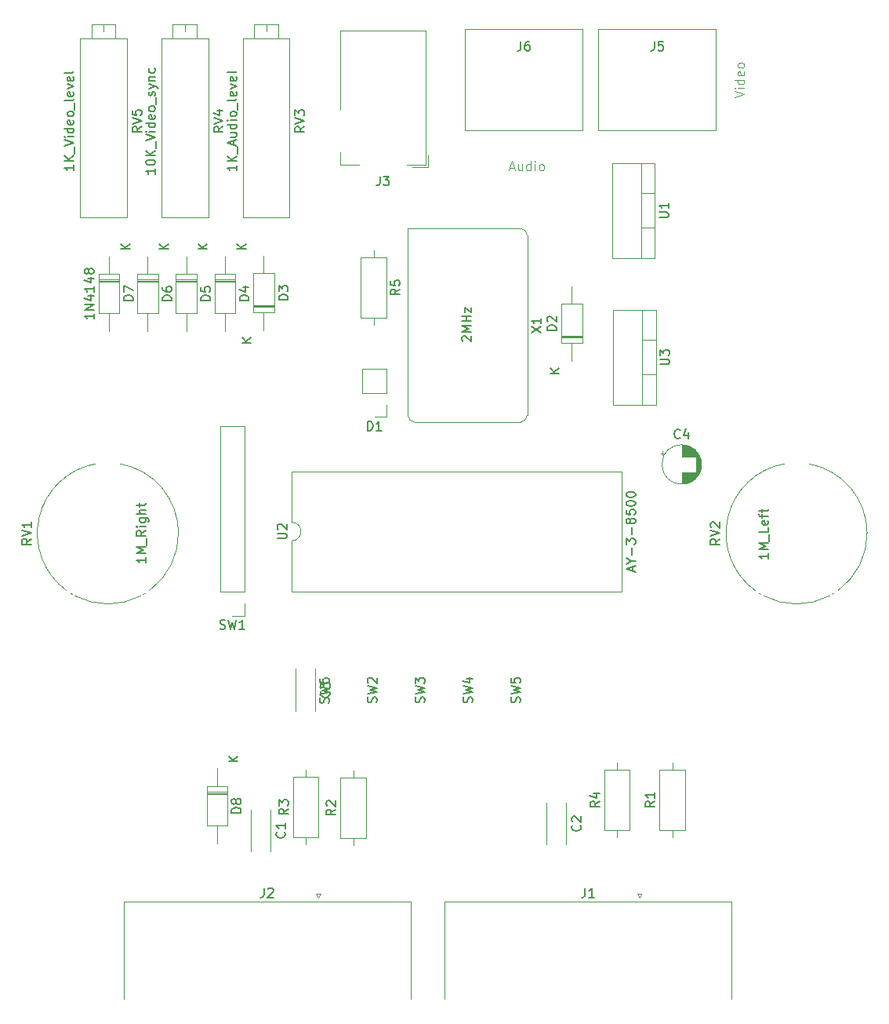
<source format=gbr>
%TF.GenerationSoftware,KiCad,Pcbnew,7.0.11*%
%TF.CreationDate,2025-01-18T22:08:42+03:00*%
%TF.ProjectId,Pong,506f6e67-2e6b-4696-9361-645f70636258,rev?*%
%TF.SameCoordinates,Original*%
%TF.FileFunction,Legend,Top*%
%TF.FilePolarity,Positive*%
%FSLAX46Y46*%
G04 Gerber Fmt 4.6, Leading zero omitted, Abs format (unit mm)*
G04 Created by KiCad (PCBNEW 7.0.11) date 2025-01-18 22:08:42*
%MOMM*%
%LPD*%
G01*
G04 APERTURE LIST*
%ADD10C,0.100000*%
%ADD11C,0.150000*%
%ADD12C,0.120000*%
G04 APERTURE END LIST*
D10*
X176621619Y-45457372D02*
X177621619Y-45124039D01*
X177621619Y-45124039D02*
X176621619Y-44790706D01*
X177621619Y-44457372D02*
X176954952Y-44457372D01*
X176621619Y-44457372D02*
X176669238Y-44504991D01*
X176669238Y-44504991D02*
X176716857Y-44457372D01*
X176716857Y-44457372D02*
X176669238Y-44409753D01*
X176669238Y-44409753D02*
X176621619Y-44457372D01*
X176621619Y-44457372D02*
X176716857Y-44457372D01*
X177621619Y-43552611D02*
X176621619Y-43552611D01*
X177574000Y-43552611D02*
X177621619Y-43647849D01*
X177621619Y-43647849D02*
X177621619Y-43838325D01*
X177621619Y-43838325D02*
X177574000Y-43933563D01*
X177574000Y-43933563D02*
X177526380Y-43981182D01*
X177526380Y-43981182D02*
X177431142Y-44028801D01*
X177431142Y-44028801D02*
X177145428Y-44028801D01*
X177145428Y-44028801D02*
X177050190Y-43981182D01*
X177050190Y-43981182D02*
X177002571Y-43933563D01*
X177002571Y-43933563D02*
X176954952Y-43838325D01*
X176954952Y-43838325D02*
X176954952Y-43647849D01*
X176954952Y-43647849D02*
X177002571Y-43552611D01*
X177574000Y-42695468D02*
X177621619Y-42790706D01*
X177621619Y-42790706D02*
X177621619Y-42981182D01*
X177621619Y-42981182D02*
X177574000Y-43076420D01*
X177574000Y-43076420D02*
X177478761Y-43124039D01*
X177478761Y-43124039D02*
X177097809Y-43124039D01*
X177097809Y-43124039D02*
X177002571Y-43076420D01*
X177002571Y-43076420D02*
X176954952Y-42981182D01*
X176954952Y-42981182D02*
X176954952Y-42790706D01*
X176954952Y-42790706D02*
X177002571Y-42695468D01*
X177002571Y-42695468D02*
X177097809Y-42647849D01*
X177097809Y-42647849D02*
X177193047Y-42647849D01*
X177193047Y-42647849D02*
X177288285Y-43124039D01*
X177621619Y-42076420D02*
X177574000Y-42171658D01*
X177574000Y-42171658D02*
X177526380Y-42219277D01*
X177526380Y-42219277D02*
X177431142Y-42266896D01*
X177431142Y-42266896D02*
X177145428Y-42266896D01*
X177145428Y-42266896D02*
X177050190Y-42219277D01*
X177050190Y-42219277D02*
X177002571Y-42171658D01*
X177002571Y-42171658D02*
X176954952Y-42076420D01*
X176954952Y-42076420D02*
X176954952Y-41933563D01*
X176954952Y-41933563D02*
X177002571Y-41838325D01*
X177002571Y-41838325D02*
X177050190Y-41790706D01*
X177050190Y-41790706D02*
X177145428Y-41743087D01*
X177145428Y-41743087D02*
X177431142Y-41743087D01*
X177431142Y-41743087D02*
X177526380Y-41790706D01*
X177526380Y-41790706D02*
X177574000Y-41838325D01*
X177574000Y-41838325D02*
X177621619Y-41933563D01*
X177621619Y-41933563D02*
X177621619Y-42076420D01*
X152326065Y-53053704D02*
X152802255Y-53053704D01*
X152230827Y-53339419D02*
X152564160Y-52339419D01*
X152564160Y-52339419D02*
X152897493Y-53339419D01*
X153659398Y-52672752D02*
X153659398Y-53339419D01*
X153230827Y-52672752D02*
X153230827Y-53196561D01*
X153230827Y-53196561D02*
X153278446Y-53291800D01*
X153278446Y-53291800D02*
X153373684Y-53339419D01*
X153373684Y-53339419D02*
X153516541Y-53339419D01*
X153516541Y-53339419D02*
X153611779Y-53291800D01*
X153611779Y-53291800D02*
X153659398Y-53244180D01*
X154564160Y-53339419D02*
X154564160Y-52339419D01*
X154564160Y-53291800D02*
X154468922Y-53339419D01*
X154468922Y-53339419D02*
X154278446Y-53339419D01*
X154278446Y-53339419D02*
X154183208Y-53291800D01*
X154183208Y-53291800D02*
X154135589Y-53244180D01*
X154135589Y-53244180D02*
X154087970Y-53148942D01*
X154087970Y-53148942D02*
X154087970Y-52863228D01*
X154087970Y-52863228D02*
X154135589Y-52767990D01*
X154135589Y-52767990D02*
X154183208Y-52720371D01*
X154183208Y-52720371D02*
X154278446Y-52672752D01*
X154278446Y-52672752D02*
X154468922Y-52672752D01*
X154468922Y-52672752D02*
X154564160Y-52720371D01*
X155040351Y-53339419D02*
X155040351Y-52672752D01*
X155040351Y-52339419D02*
X154992732Y-52387038D01*
X154992732Y-52387038D02*
X155040351Y-52434657D01*
X155040351Y-52434657D02*
X155087970Y-52387038D01*
X155087970Y-52387038D02*
X155040351Y-52339419D01*
X155040351Y-52339419D02*
X155040351Y-52434657D01*
X155659398Y-53339419D02*
X155564160Y-53291800D01*
X155564160Y-53291800D02*
X155516541Y-53244180D01*
X155516541Y-53244180D02*
X155468922Y-53148942D01*
X155468922Y-53148942D02*
X155468922Y-52863228D01*
X155468922Y-52863228D02*
X155516541Y-52767990D01*
X155516541Y-52767990D02*
X155564160Y-52720371D01*
X155564160Y-52720371D02*
X155659398Y-52672752D01*
X155659398Y-52672752D02*
X155802255Y-52672752D01*
X155802255Y-52672752D02*
X155897493Y-52720371D01*
X155897493Y-52720371D02*
X155945112Y-52767990D01*
X155945112Y-52767990D02*
X155992731Y-52863228D01*
X155992731Y-52863228D02*
X155992731Y-53148942D01*
X155992731Y-53148942D02*
X155945112Y-53244180D01*
X155945112Y-53244180D02*
X155897493Y-53291800D01*
X155897493Y-53291800D02*
X155802255Y-53339419D01*
X155802255Y-53339419D02*
X155659398Y-53339419D01*
D11*
X130124219Y-48616638D02*
X129648028Y-48949971D01*
X130124219Y-49188066D02*
X129124219Y-49188066D01*
X129124219Y-49188066D02*
X129124219Y-48807114D01*
X129124219Y-48807114D02*
X129171838Y-48711876D01*
X129171838Y-48711876D02*
X129219457Y-48664257D01*
X129219457Y-48664257D02*
X129314695Y-48616638D01*
X129314695Y-48616638D02*
X129457552Y-48616638D01*
X129457552Y-48616638D02*
X129552790Y-48664257D01*
X129552790Y-48664257D02*
X129600409Y-48711876D01*
X129600409Y-48711876D02*
X129648028Y-48807114D01*
X129648028Y-48807114D02*
X129648028Y-49188066D01*
X129124219Y-48330923D02*
X130124219Y-47997590D01*
X130124219Y-47997590D02*
X129124219Y-47664257D01*
X129124219Y-47426161D02*
X129124219Y-46807114D01*
X129124219Y-46807114D02*
X129505171Y-47140447D01*
X129505171Y-47140447D02*
X129505171Y-46997590D01*
X129505171Y-46997590D02*
X129552790Y-46902352D01*
X129552790Y-46902352D02*
X129600409Y-46854733D01*
X129600409Y-46854733D02*
X129695647Y-46807114D01*
X129695647Y-46807114D02*
X129933742Y-46807114D01*
X129933742Y-46807114D02*
X130028980Y-46854733D01*
X130028980Y-46854733D02*
X130076600Y-46902352D01*
X130076600Y-46902352D02*
X130124219Y-46997590D01*
X130124219Y-46997590D02*
X130124219Y-47283304D01*
X130124219Y-47283304D02*
X130076600Y-47378542D01*
X130076600Y-47378542D02*
X130028980Y-47426161D01*
X122794219Y-52783305D02*
X122794219Y-53354733D01*
X122794219Y-53069019D02*
X121794219Y-53069019D01*
X121794219Y-53069019D02*
X121937076Y-53164257D01*
X121937076Y-53164257D02*
X122032314Y-53259495D01*
X122032314Y-53259495D02*
X122079933Y-53354733D01*
X122794219Y-52354733D02*
X121794219Y-52354733D01*
X122794219Y-51783305D02*
X122222790Y-52211876D01*
X121794219Y-51783305D02*
X122365647Y-52354733D01*
X122889457Y-51592829D02*
X122889457Y-50830924D01*
X122508504Y-50640447D02*
X122508504Y-50164257D01*
X122794219Y-50735685D02*
X121794219Y-50402352D01*
X121794219Y-50402352D02*
X122794219Y-50069019D01*
X122127552Y-49307114D02*
X122794219Y-49307114D01*
X122127552Y-49735685D02*
X122651361Y-49735685D01*
X122651361Y-49735685D02*
X122746600Y-49688066D01*
X122746600Y-49688066D02*
X122794219Y-49592828D01*
X122794219Y-49592828D02*
X122794219Y-49449971D01*
X122794219Y-49449971D02*
X122746600Y-49354733D01*
X122746600Y-49354733D02*
X122698980Y-49307114D01*
X122794219Y-48402352D02*
X121794219Y-48402352D01*
X122746600Y-48402352D02*
X122794219Y-48497590D01*
X122794219Y-48497590D02*
X122794219Y-48688066D01*
X122794219Y-48688066D02*
X122746600Y-48783304D01*
X122746600Y-48783304D02*
X122698980Y-48830923D01*
X122698980Y-48830923D02*
X122603742Y-48878542D01*
X122603742Y-48878542D02*
X122318028Y-48878542D01*
X122318028Y-48878542D02*
X122222790Y-48830923D01*
X122222790Y-48830923D02*
X122175171Y-48783304D01*
X122175171Y-48783304D02*
X122127552Y-48688066D01*
X122127552Y-48688066D02*
X122127552Y-48497590D01*
X122127552Y-48497590D02*
X122175171Y-48402352D01*
X122794219Y-47926161D02*
X122127552Y-47926161D01*
X121794219Y-47926161D02*
X121841838Y-47973780D01*
X121841838Y-47973780D02*
X121889457Y-47926161D01*
X121889457Y-47926161D02*
X121841838Y-47878542D01*
X121841838Y-47878542D02*
X121794219Y-47926161D01*
X121794219Y-47926161D02*
X121889457Y-47926161D01*
X122794219Y-47307114D02*
X122746600Y-47402352D01*
X122746600Y-47402352D02*
X122698980Y-47449971D01*
X122698980Y-47449971D02*
X122603742Y-47497590D01*
X122603742Y-47497590D02*
X122318028Y-47497590D01*
X122318028Y-47497590D02*
X122222790Y-47449971D01*
X122222790Y-47449971D02*
X122175171Y-47402352D01*
X122175171Y-47402352D02*
X122127552Y-47307114D01*
X122127552Y-47307114D02*
X122127552Y-47164257D01*
X122127552Y-47164257D02*
X122175171Y-47069019D01*
X122175171Y-47069019D02*
X122222790Y-47021400D01*
X122222790Y-47021400D02*
X122318028Y-46973781D01*
X122318028Y-46973781D02*
X122603742Y-46973781D01*
X122603742Y-46973781D02*
X122698980Y-47021400D01*
X122698980Y-47021400D02*
X122746600Y-47069019D01*
X122746600Y-47069019D02*
X122794219Y-47164257D01*
X122794219Y-47164257D02*
X122794219Y-47307114D01*
X122889457Y-46783305D02*
X122889457Y-46021400D01*
X122794219Y-45640447D02*
X122746600Y-45735685D01*
X122746600Y-45735685D02*
X122651361Y-45783304D01*
X122651361Y-45783304D02*
X121794219Y-45783304D01*
X122746600Y-44878542D02*
X122794219Y-44973780D01*
X122794219Y-44973780D02*
X122794219Y-45164256D01*
X122794219Y-45164256D02*
X122746600Y-45259494D01*
X122746600Y-45259494D02*
X122651361Y-45307113D01*
X122651361Y-45307113D02*
X122270409Y-45307113D01*
X122270409Y-45307113D02*
X122175171Y-45259494D01*
X122175171Y-45259494D02*
X122127552Y-45164256D01*
X122127552Y-45164256D02*
X122127552Y-44973780D01*
X122127552Y-44973780D02*
X122175171Y-44878542D01*
X122175171Y-44878542D02*
X122270409Y-44830923D01*
X122270409Y-44830923D02*
X122365647Y-44830923D01*
X122365647Y-44830923D02*
X122460885Y-45307113D01*
X122127552Y-44497589D02*
X122794219Y-44259494D01*
X122794219Y-44259494D02*
X122127552Y-44021399D01*
X122746600Y-43259494D02*
X122794219Y-43354732D01*
X122794219Y-43354732D02*
X122794219Y-43545208D01*
X122794219Y-43545208D02*
X122746600Y-43640446D01*
X122746600Y-43640446D02*
X122651361Y-43688065D01*
X122651361Y-43688065D02*
X122270409Y-43688065D01*
X122270409Y-43688065D02*
X122175171Y-43640446D01*
X122175171Y-43640446D02*
X122127552Y-43545208D01*
X122127552Y-43545208D02*
X122127552Y-43354732D01*
X122127552Y-43354732D02*
X122175171Y-43259494D01*
X122175171Y-43259494D02*
X122270409Y-43211875D01*
X122270409Y-43211875D02*
X122365647Y-43211875D01*
X122365647Y-43211875D02*
X122460885Y-43688065D01*
X122794219Y-42640446D02*
X122746600Y-42735684D01*
X122746600Y-42735684D02*
X122651361Y-42783303D01*
X122651361Y-42783303D02*
X121794219Y-42783303D01*
X115789019Y-67387694D02*
X114789019Y-67387694D01*
X114789019Y-67387694D02*
X114789019Y-67149599D01*
X114789019Y-67149599D02*
X114836638Y-67006742D01*
X114836638Y-67006742D02*
X114931876Y-66911504D01*
X114931876Y-66911504D02*
X115027114Y-66863885D01*
X115027114Y-66863885D02*
X115217590Y-66816266D01*
X115217590Y-66816266D02*
X115360447Y-66816266D01*
X115360447Y-66816266D02*
X115550923Y-66863885D01*
X115550923Y-66863885D02*
X115646161Y-66911504D01*
X115646161Y-66911504D02*
X115741400Y-67006742D01*
X115741400Y-67006742D02*
X115789019Y-67149599D01*
X115789019Y-67149599D02*
X115789019Y-67387694D01*
X114789019Y-65959123D02*
X114789019Y-66149599D01*
X114789019Y-66149599D02*
X114836638Y-66244837D01*
X114836638Y-66244837D02*
X114884257Y-66292456D01*
X114884257Y-66292456D02*
X115027114Y-66387694D01*
X115027114Y-66387694D02*
X115217590Y-66435313D01*
X115217590Y-66435313D02*
X115598542Y-66435313D01*
X115598542Y-66435313D02*
X115693780Y-66387694D01*
X115693780Y-66387694D02*
X115741400Y-66340075D01*
X115741400Y-66340075D02*
X115789019Y-66244837D01*
X115789019Y-66244837D02*
X115789019Y-66054361D01*
X115789019Y-66054361D02*
X115741400Y-65959123D01*
X115741400Y-65959123D02*
X115693780Y-65911504D01*
X115693780Y-65911504D02*
X115598542Y-65863885D01*
X115598542Y-65863885D02*
X115360447Y-65863885D01*
X115360447Y-65863885D02*
X115265209Y-65911504D01*
X115265209Y-65911504D02*
X115217590Y-65959123D01*
X115217590Y-65959123D02*
X115169971Y-66054361D01*
X115169971Y-66054361D02*
X115169971Y-66244837D01*
X115169971Y-66244837D02*
X115217590Y-66340075D01*
X115217590Y-66340075D02*
X115265209Y-66387694D01*
X115265209Y-66387694D02*
X115360447Y-66435313D01*
X115469019Y-61831504D02*
X114469019Y-61831504D01*
X115469019Y-61260076D02*
X114897590Y-61688647D01*
X114469019Y-61260076D02*
X115040447Y-61831504D01*
X138289466Y-53974019D02*
X138289466Y-54688304D01*
X138289466Y-54688304D02*
X138241847Y-54831161D01*
X138241847Y-54831161D02*
X138146609Y-54926400D01*
X138146609Y-54926400D02*
X138003752Y-54974019D01*
X138003752Y-54974019D02*
X137908514Y-54974019D01*
X138670419Y-53974019D02*
X139289466Y-53974019D01*
X139289466Y-53974019D02*
X138956133Y-54354971D01*
X138956133Y-54354971D02*
X139098990Y-54354971D01*
X139098990Y-54354971D02*
X139194228Y-54402590D01*
X139194228Y-54402590D02*
X139241847Y-54450209D01*
X139241847Y-54450209D02*
X139289466Y-54545447D01*
X139289466Y-54545447D02*
X139289466Y-54783542D01*
X139289466Y-54783542D02*
X139241847Y-54878780D01*
X139241847Y-54878780D02*
X139194228Y-54926400D01*
X139194228Y-54926400D02*
X139098990Y-54974019D01*
X139098990Y-54974019D02*
X138813276Y-54974019D01*
X138813276Y-54974019D02*
X138718038Y-54926400D01*
X138718038Y-54926400D02*
X138670419Y-54878780D01*
X124132919Y-67387694D02*
X123132919Y-67387694D01*
X123132919Y-67387694D02*
X123132919Y-67149599D01*
X123132919Y-67149599D02*
X123180538Y-67006742D01*
X123180538Y-67006742D02*
X123275776Y-66911504D01*
X123275776Y-66911504D02*
X123371014Y-66863885D01*
X123371014Y-66863885D02*
X123561490Y-66816266D01*
X123561490Y-66816266D02*
X123704347Y-66816266D01*
X123704347Y-66816266D02*
X123894823Y-66863885D01*
X123894823Y-66863885D02*
X123990061Y-66911504D01*
X123990061Y-66911504D02*
X124085300Y-67006742D01*
X124085300Y-67006742D02*
X124132919Y-67149599D01*
X124132919Y-67149599D02*
X124132919Y-67387694D01*
X123466252Y-65959123D02*
X124132919Y-65959123D01*
X123085300Y-66197218D02*
X123799585Y-66435313D01*
X123799585Y-66435313D02*
X123799585Y-65816266D01*
X123812919Y-61831504D02*
X122812919Y-61831504D01*
X123812919Y-61260076D02*
X123241490Y-61688647D01*
X122812919Y-61260076D02*
X123384347Y-61831504D01*
X160433266Y-130788919D02*
X160433266Y-131503204D01*
X160433266Y-131503204D02*
X160385647Y-131646061D01*
X160385647Y-131646061D02*
X160290409Y-131741300D01*
X160290409Y-131741300D02*
X160147552Y-131788919D01*
X160147552Y-131788919D02*
X160052314Y-131788919D01*
X161433266Y-131788919D02*
X160861838Y-131788919D01*
X161147552Y-131788919D02*
X161147552Y-130788919D01*
X161147552Y-130788919D02*
X161052314Y-130931776D01*
X161052314Y-130931776D02*
X160957076Y-131027014D01*
X160957076Y-131027014D02*
X160861838Y-131074633D01*
X127984180Y-124731166D02*
X128031800Y-124778785D01*
X128031800Y-124778785D02*
X128079419Y-124921642D01*
X128079419Y-124921642D02*
X128079419Y-125016880D01*
X128079419Y-125016880D02*
X128031800Y-125159737D01*
X128031800Y-125159737D02*
X127936561Y-125254975D01*
X127936561Y-125254975D02*
X127841323Y-125302594D01*
X127841323Y-125302594D02*
X127650847Y-125350213D01*
X127650847Y-125350213D02*
X127507990Y-125350213D01*
X127507990Y-125350213D02*
X127317514Y-125302594D01*
X127317514Y-125302594D02*
X127222276Y-125254975D01*
X127222276Y-125254975D02*
X127127038Y-125159737D01*
X127127038Y-125159737D02*
X127079419Y-125016880D01*
X127079419Y-125016880D02*
X127079419Y-124921642D01*
X127079419Y-124921642D02*
X127127038Y-124778785D01*
X127127038Y-124778785D02*
X127174657Y-124731166D01*
X128079419Y-123778785D02*
X128079419Y-124350213D01*
X128079419Y-124064499D02*
X127079419Y-124064499D01*
X127079419Y-124064499D02*
X127222276Y-124159737D01*
X127222276Y-124159737D02*
X127317514Y-124254975D01*
X127317514Y-124254975D02*
X127365133Y-124350213D01*
X128369219Y-67311494D02*
X127369219Y-67311494D01*
X127369219Y-67311494D02*
X127369219Y-67073399D01*
X127369219Y-67073399D02*
X127416838Y-66930542D01*
X127416838Y-66930542D02*
X127512076Y-66835304D01*
X127512076Y-66835304D02*
X127607314Y-66787685D01*
X127607314Y-66787685D02*
X127797790Y-66740066D01*
X127797790Y-66740066D02*
X127940647Y-66740066D01*
X127940647Y-66740066D02*
X128131123Y-66787685D01*
X128131123Y-66787685D02*
X128226361Y-66835304D01*
X128226361Y-66835304D02*
X128321600Y-66930542D01*
X128321600Y-66930542D02*
X128369219Y-67073399D01*
X128369219Y-67073399D02*
X128369219Y-67311494D01*
X127369219Y-66406732D02*
X127369219Y-65787685D01*
X127369219Y-65787685D02*
X127750171Y-66121018D01*
X127750171Y-66121018D02*
X127750171Y-65978161D01*
X127750171Y-65978161D02*
X127797790Y-65882923D01*
X127797790Y-65882923D02*
X127845409Y-65835304D01*
X127845409Y-65835304D02*
X127940647Y-65787685D01*
X127940647Y-65787685D02*
X128178742Y-65787685D01*
X128178742Y-65787685D02*
X128273980Y-65835304D01*
X128273980Y-65835304D02*
X128321600Y-65882923D01*
X128321600Y-65882923D02*
X128369219Y-65978161D01*
X128369219Y-65978161D02*
X128369219Y-66263875D01*
X128369219Y-66263875D02*
X128321600Y-66359113D01*
X128321600Y-66359113D02*
X128273980Y-66406732D01*
X124384819Y-71915304D02*
X123384819Y-71915304D01*
X124384819Y-71343876D02*
X123813390Y-71772447D01*
X123384819Y-71343876D02*
X123956247Y-71915304D01*
X157338819Y-70613494D02*
X156338819Y-70613494D01*
X156338819Y-70613494D02*
X156338819Y-70375399D01*
X156338819Y-70375399D02*
X156386438Y-70232542D01*
X156386438Y-70232542D02*
X156481676Y-70137304D01*
X156481676Y-70137304D02*
X156576914Y-70089685D01*
X156576914Y-70089685D02*
X156767390Y-70042066D01*
X156767390Y-70042066D02*
X156910247Y-70042066D01*
X156910247Y-70042066D02*
X157100723Y-70089685D01*
X157100723Y-70089685D02*
X157195961Y-70137304D01*
X157195961Y-70137304D02*
X157291200Y-70232542D01*
X157291200Y-70232542D02*
X157338819Y-70375399D01*
X157338819Y-70375399D02*
X157338819Y-70613494D01*
X156434057Y-69661113D02*
X156386438Y-69613494D01*
X156386438Y-69613494D02*
X156338819Y-69518256D01*
X156338819Y-69518256D02*
X156338819Y-69280161D01*
X156338819Y-69280161D02*
X156386438Y-69184923D01*
X156386438Y-69184923D02*
X156434057Y-69137304D01*
X156434057Y-69137304D02*
X156529295Y-69089685D01*
X156529295Y-69089685D02*
X156624533Y-69089685D01*
X156624533Y-69089685D02*
X156767390Y-69137304D01*
X156767390Y-69137304D02*
X157338819Y-69708732D01*
X157338819Y-69708732D02*
X157338819Y-69089685D01*
X157658819Y-75217304D02*
X156658819Y-75217304D01*
X157658819Y-74645876D02*
X157087390Y-75074447D01*
X156658819Y-74645876D02*
X157230247Y-75217304D01*
X159911980Y-123994566D02*
X159959600Y-124042185D01*
X159959600Y-124042185D02*
X160007219Y-124185042D01*
X160007219Y-124185042D02*
X160007219Y-124280280D01*
X160007219Y-124280280D02*
X159959600Y-124423137D01*
X159959600Y-124423137D02*
X159864361Y-124518375D01*
X159864361Y-124518375D02*
X159769123Y-124565994D01*
X159769123Y-124565994D02*
X159578647Y-124613613D01*
X159578647Y-124613613D02*
X159435790Y-124613613D01*
X159435790Y-124613613D02*
X159245314Y-124565994D01*
X159245314Y-124565994D02*
X159150076Y-124518375D01*
X159150076Y-124518375D02*
X159054838Y-124423137D01*
X159054838Y-124423137D02*
X159007219Y-124280280D01*
X159007219Y-124280280D02*
X159007219Y-124185042D01*
X159007219Y-124185042D02*
X159054838Y-124042185D01*
X159054838Y-124042185D02*
X159102457Y-123994566D01*
X159102457Y-123613613D02*
X159054838Y-123565994D01*
X159054838Y-123565994D02*
X159007219Y-123470756D01*
X159007219Y-123470756D02*
X159007219Y-123232661D01*
X159007219Y-123232661D02*
X159054838Y-123137423D01*
X159054838Y-123137423D02*
X159102457Y-123089804D01*
X159102457Y-123089804D02*
X159197695Y-123042185D01*
X159197695Y-123042185D02*
X159292933Y-123042185D01*
X159292933Y-123042185D02*
X159435790Y-123089804D01*
X159435790Y-123089804D02*
X160007219Y-123661232D01*
X160007219Y-123661232D02*
X160007219Y-123042185D01*
X125766466Y-130788919D02*
X125766466Y-131503204D01*
X125766466Y-131503204D02*
X125718847Y-131646061D01*
X125718847Y-131646061D02*
X125623609Y-131741300D01*
X125623609Y-131741300D02*
X125480752Y-131788919D01*
X125480752Y-131788919D02*
X125385514Y-131788919D01*
X126195038Y-130884157D02*
X126242657Y-130836538D01*
X126242657Y-130836538D02*
X126337895Y-130788919D01*
X126337895Y-130788919D02*
X126575990Y-130788919D01*
X126575990Y-130788919D02*
X126671228Y-130836538D01*
X126671228Y-130836538D02*
X126718847Y-130884157D01*
X126718847Y-130884157D02*
X126766466Y-130979395D01*
X126766466Y-130979395D02*
X126766466Y-131074633D01*
X126766466Y-131074633D02*
X126718847Y-131217490D01*
X126718847Y-131217490D02*
X126147419Y-131788919D01*
X126147419Y-131788919D02*
X126766466Y-131788919D01*
X154656619Y-70862723D02*
X155656619Y-70196057D01*
X154656619Y-70196057D02*
X155656619Y-70862723D01*
X155656619Y-69291295D02*
X155656619Y-69862723D01*
X155656619Y-69577009D02*
X154656619Y-69577009D01*
X154656619Y-69577009D02*
X154799476Y-69672247D01*
X154799476Y-69672247D02*
X154894714Y-69767485D01*
X154894714Y-69767485D02*
X154942333Y-69862723D01*
X147251057Y-71762713D02*
X147203438Y-71715094D01*
X147203438Y-71715094D02*
X147155819Y-71619856D01*
X147155819Y-71619856D02*
X147155819Y-71381761D01*
X147155819Y-71381761D02*
X147203438Y-71286523D01*
X147203438Y-71286523D02*
X147251057Y-71238904D01*
X147251057Y-71238904D02*
X147346295Y-71191285D01*
X147346295Y-71191285D02*
X147441533Y-71191285D01*
X147441533Y-71191285D02*
X147584390Y-71238904D01*
X147584390Y-71238904D02*
X148155819Y-71810332D01*
X148155819Y-71810332D02*
X148155819Y-71191285D01*
X148155819Y-70762713D02*
X147155819Y-70762713D01*
X147155819Y-70762713D02*
X147870104Y-70429380D01*
X147870104Y-70429380D02*
X147155819Y-70096047D01*
X147155819Y-70096047D02*
X148155819Y-70096047D01*
X148155819Y-69619856D02*
X147155819Y-69619856D01*
X147632009Y-69619856D02*
X147632009Y-69048428D01*
X148155819Y-69048428D02*
X147155819Y-69048428D01*
X147489152Y-68667475D02*
X147489152Y-68143666D01*
X147489152Y-68143666D02*
X148155819Y-68667475D01*
X148155819Y-68667475D02*
X148155819Y-68143666D01*
X137907300Y-110743532D02*
X137954919Y-110600675D01*
X137954919Y-110600675D02*
X137954919Y-110362580D01*
X137954919Y-110362580D02*
X137907300Y-110267342D01*
X137907300Y-110267342D02*
X137859680Y-110219723D01*
X137859680Y-110219723D02*
X137764442Y-110172104D01*
X137764442Y-110172104D02*
X137669204Y-110172104D01*
X137669204Y-110172104D02*
X137573966Y-110219723D01*
X137573966Y-110219723D02*
X137526347Y-110267342D01*
X137526347Y-110267342D02*
X137478728Y-110362580D01*
X137478728Y-110362580D02*
X137431109Y-110553056D01*
X137431109Y-110553056D02*
X137383490Y-110648294D01*
X137383490Y-110648294D02*
X137335871Y-110695913D01*
X137335871Y-110695913D02*
X137240633Y-110743532D01*
X137240633Y-110743532D02*
X137145395Y-110743532D01*
X137145395Y-110743532D02*
X137050157Y-110695913D01*
X137050157Y-110695913D02*
X137002538Y-110648294D01*
X137002538Y-110648294D02*
X136954919Y-110553056D01*
X136954919Y-110553056D02*
X136954919Y-110314961D01*
X136954919Y-110314961D02*
X137002538Y-110172104D01*
X136954919Y-109838770D02*
X137954919Y-109600675D01*
X137954919Y-109600675D02*
X137240633Y-109410199D01*
X137240633Y-109410199D02*
X137954919Y-109219723D01*
X137954919Y-109219723D02*
X136954919Y-108981628D01*
X137050157Y-108648294D02*
X137002538Y-108600675D01*
X137002538Y-108600675D02*
X136954919Y-108505437D01*
X136954919Y-108505437D02*
X136954919Y-108267342D01*
X136954919Y-108267342D02*
X137002538Y-108172104D01*
X137002538Y-108172104D02*
X137050157Y-108124485D01*
X137050157Y-108124485D02*
X137145395Y-108076866D01*
X137145395Y-108076866D02*
X137240633Y-108076866D01*
X137240633Y-108076866D02*
X137383490Y-108124485D01*
X137383490Y-108124485D02*
X137954919Y-108695913D01*
X137954919Y-108695913D02*
X137954919Y-108076866D01*
X112547419Y-48616638D02*
X112071228Y-48949971D01*
X112547419Y-49188066D02*
X111547419Y-49188066D01*
X111547419Y-49188066D02*
X111547419Y-48807114D01*
X111547419Y-48807114D02*
X111595038Y-48711876D01*
X111595038Y-48711876D02*
X111642657Y-48664257D01*
X111642657Y-48664257D02*
X111737895Y-48616638D01*
X111737895Y-48616638D02*
X111880752Y-48616638D01*
X111880752Y-48616638D02*
X111975990Y-48664257D01*
X111975990Y-48664257D02*
X112023609Y-48711876D01*
X112023609Y-48711876D02*
X112071228Y-48807114D01*
X112071228Y-48807114D02*
X112071228Y-49188066D01*
X111547419Y-48330923D02*
X112547419Y-47997590D01*
X112547419Y-47997590D02*
X111547419Y-47664257D01*
X111547419Y-46854733D02*
X111547419Y-47330923D01*
X111547419Y-47330923D02*
X112023609Y-47378542D01*
X112023609Y-47378542D02*
X111975990Y-47330923D01*
X111975990Y-47330923D02*
X111928371Y-47235685D01*
X111928371Y-47235685D02*
X111928371Y-46997590D01*
X111928371Y-46997590D02*
X111975990Y-46902352D01*
X111975990Y-46902352D02*
X112023609Y-46854733D01*
X112023609Y-46854733D02*
X112118847Y-46807114D01*
X112118847Y-46807114D02*
X112356942Y-46807114D01*
X112356942Y-46807114D02*
X112452180Y-46854733D01*
X112452180Y-46854733D02*
X112499800Y-46902352D01*
X112499800Y-46902352D02*
X112547419Y-46997590D01*
X112547419Y-46997590D02*
X112547419Y-47235685D01*
X112547419Y-47235685D02*
X112499800Y-47330923D01*
X112499800Y-47330923D02*
X112452180Y-47378542D01*
X105217419Y-52759496D02*
X105217419Y-53330924D01*
X105217419Y-53045210D02*
X104217419Y-53045210D01*
X104217419Y-53045210D02*
X104360276Y-53140448D01*
X104360276Y-53140448D02*
X104455514Y-53235686D01*
X104455514Y-53235686D02*
X104503133Y-53330924D01*
X105217419Y-52330924D02*
X104217419Y-52330924D01*
X105217419Y-51759496D02*
X104645990Y-52188067D01*
X104217419Y-51759496D02*
X104788847Y-52330924D01*
X105312657Y-51569020D02*
X105312657Y-50807115D01*
X104217419Y-50711876D02*
X105217419Y-50378543D01*
X105217419Y-50378543D02*
X104217419Y-50045210D01*
X105217419Y-49711876D02*
X104550752Y-49711876D01*
X104217419Y-49711876D02*
X104265038Y-49759495D01*
X104265038Y-49759495D02*
X104312657Y-49711876D01*
X104312657Y-49711876D02*
X104265038Y-49664257D01*
X104265038Y-49664257D02*
X104217419Y-49711876D01*
X104217419Y-49711876D02*
X104312657Y-49711876D01*
X105217419Y-48807115D02*
X104217419Y-48807115D01*
X105169800Y-48807115D02*
X105217419Y-48902353D01*
X105217419Y-48902353D02*
X105217419Y-49092829D01*
X105217419Y-49092829D02*
X105169800Y-49188067D01*
X105169800Y-49188067D02*
X105122180Y-49235686D01*
X105122180Y-49235686D02*
X105026942Y-49283305D01*
X105026942Y-49283305D02*
X104741228Y-49283305D01*
X104741228Y-49283305D02*
X104645990Y-49235686D01*
X104645990Y-49235686D02*
X104598371Y-49188067D01*
X104598371Y-49188067D02*
X104550752Y-49092829D01*
X104550752Y-49092829D02*
X104550752Y-48902353D01*
X104550752Y-48902353D02*
X104598371Y-48807115D01*
X105169800Y-47949972D02*
X105217419Y-48045210D01*
X105217419Y-48045210D02*
X105217419Y-48235686D01*
X105217419Y-48235686D02*
X105169800Y-48330924D01*
X105169800Y-48330924D02*
X105074561Y-48378543D01*
X105074561Y-48378543D02*
X104693609Y-48378543D01*
X104693609Y-48378543D02*
X104598371Y-48330924D01*
X104598371Y-48330924D02*
X104550752Y-48235686D01*
X104550752Y-48235686D02*
X104550752Y-48045210D01*
X104550752Y-48045210D02*
X104598371Y-47949972D01*
X104598371Y-47949972D02*
X104693609Y-47902353D01*
X104693609Y-47902353D02*
X104788847Y-47902353D01*
X104788847Y-47902353D02*
X104884085Y-48378543D01*
X105217419Y-47330924D02*
X105169800Y-47426162D01*
X105169800Y-47426162D02*
X105122180Y-47473781D01*
X105122180Y-47473781D02*
X105026942Y-47521400D01*
X105026942Y-47521400D02*
X104741228Y-47521400D01*
X104741228Y-47521400D02*
X104645990Y-47473781D01*
X104645990Y-47473781D02*
X104598371Y-47426162D01*
X104598371Y-47426162D02*
X104550752Y-47330924D01*
X104550752Y-47330924D02*
X104550752Y-47188067D01*
X104550752Y-47188067D02*
X104598371Y-47092829D01*
X104598371Y-47092829D02*
X104645990Y-47045210D01*
X104645990Y-47045210D02*
X104741228Y-46997591D01*
X104741228Y-46997591D02*
X105026942Y-46997591D01*
X105026942Y-46997591D02*
X105122180Y-47045210D01*
X105122180Y-47045210D02*
X105169800Y-47092829D01*
X105169800Y-47092829D02*
X105217419Y-47188067D01*
X105217419Y-47188067D02*
X105217419Y-47330924D01*
X105312657Y-46807115D02*
X105312657Y-46045210D01*
X105217419Y-45664257D02*
X105169800Y-45759495D01*
X105169800Y-45759495D02*
X105074561Y-45807114D01*
X105074561Y-45807114D02*
X104217419Y-45807114D01*
X105169800Y-44902352D02*
X105217419Y-44997590D01*
X105217419Y-44997590D02*
X105217419Y-45188066D01*
X105217419Y-45188066D02*
X105169800Y-45283304D01*
X105169800Y-45283304D02*
X105074561Y-45330923D01*
X105074561Y-45330923D02*
X104693609Y-45330923D01*
X104693609Y-45330923D02*
X104598371Y-45283304D01*
X104598371Y-45283304D02*
X104550752Y-45188066D01*
X104550752Y-45188066D02*
X104550752Y-44997590D01*
X104550752Y-44997590D02*
X104598371Y-44902352D01*
X104598371Y-44902352D02*
X104693609Y-44854733D01*
X104693609Y-44854733D02*
X104788847Y-44854733D01*
X104788847Y-44854733D02*
X104884085Y-45330923D01*
X104550752Y-44521399D02*
X105217419Y-44283304D01*
X105217419Y-44283304D02*
X104550752Y-44045209D01*
X105169800Y-43283304D02*
X105217419Y-43378542D01*
X105217419Y-43378542D02*
X105217419Y-43569018D01*
X105217419Y-43569018D02*
X105169800Y-43664256D01*
X105169800Y-43664256D02*
X105074561Y-43711875D01*
X105074561Y-43711875D02*
X104693609Y-43711875D01*
X104693609Y-43711875D02*
X104598371Y-43664256D01*
X104598371Y-43664256D02*
X104550752Y-43569018D01*
X104550752Y-43569018D02*
X104550752Y-43378542D01*
X104550752Y-43378542D02*
X104598371Y-43283304D01*
X104598371Y-43283304D02*
X104693609Y-43235685D01*
X104693609Y-43235685D02*
X104788847Y-43235685D01*
X104788847Y-43235685D02*
X104884085Y-43711875D01*
X105217419Y-42664256D02*
X105169800Y-42759494D01*
X105169800Y-42759494D02*
X105074561Y-42807113D01*
X105074561Y-42807113D02*
X104217419Y-42807113D01*
X123275019Y-122660994D02*
X122275019Y-122660994D01*
X122275019Y-122660994D02*
X122275019Y-122422899D01*
X122275019Y-122422899D02*
X122322638Y-122280042D01*
X122322638Y-122280042D02*
X122417876Y-122184804D01*
X122417876Y-122184804D02*
X122513114Y-122137185D01*
X122513114Y-122137185D02*
X122703590Y-122089566D01*
X122703590Y-122089566D02*
X122846447Y-122089566D01*
X122846447Y-122089566D02*
X123036923Y-122137185D01*
X123036923Y-122137185D02*
X123132161Y-122184804D01*
X123132161Y-122184804D02*
X123227400Y-122280042D01*
X123227400Y-122280042D02*
X123275019Y-122422899D01*
X123275019Y-122422899D02*
X123275019Y-122660994D01*
X122703590Y-121518137D02*
X122655971Y-121613375D01*
X122655971Y-121613375D02*
X122608352Y-121660994D01*
X122608352Y-121660994D02*
X122513114Y-121708613D01*
X122513114Y-121708613D02*
X122465495Y-121708613D01*
X122465495Y-121708613D02*
X122370257Y-121660994D01*
X122370257Y-121660994D02*
X122322638Y-121613375D01*
X122322638Y-121613375D02*
X122275019Y-121518137D01*
X122275019Y-121518137D02*
X122275019Y-121327661D01*
X122275019Y-121327661D02*
X122322638Y-121232423D01*
X122322638Y-121232423D02*
X122370257Y-121184804D01*
X122370257Y-121184804D02*
X122465495Y-121137185D01*
X122465495Y-121137185D02*
X122513114Y-121137185D01*
X122513114Y-121137185D02*
X122608352Y-121184804D01*
X122608352Y-121184804D02*
X122655971Y-121232423D01*
X122655971Y-121232423D02*
X122703590Y-121327661D01*
X122703590Y-121327661D02*
X122703590Y-121518137D01*
X122703590Y-121518137D02*
X122751209Y-121613375D01*
X122751209Y-121613375D02*
X122798828Y-121660994D01*
X122798828Y-121660994D02*
X122894066Y-121708613D01*
X122894066Y-121708613D02*
X123084542Y-121708613D01*
X123084542Y-121708613D02*
X123179780Y-121660994D01*
X123179780Y-121660994D02*
X123227400Y-121613375D01*
X123227400Y-121613375D02*
X123275019Y-121518137D01*
X123275019Y-121518137D02*
X123275019Y-121327661D01*
X123275019Y-121327661D02*
X123227400Y-121232423D01*
X123227400Y-121232423D02*
X123179780Y-121184804D01*
X123179780Y-121184804D02*
X123084542Y-121137185D01*
X123084542Y-121137185D02*
X122894066Y-121137185D01*
X122894066Y-121137185D02*
X122798828Y-121184804D01*
X122798828Y-121184804D02*
X122751209Y-121232423D01*
X122751209Y-121232423D02*
X122703590Y-121327661D01*
X122955019Y-117104804D02*
X121955019Y-117104804D01*
X122955019Y-116533376D02*
X122383590Y-116961947D01*
X121955019Y-116533376D02*
X122526447Y-117104804D01*
X148238300Y-110744132D02*
X148285919Y-110601275D01*
X148285919Y-110601275D02*
X148285919Y-110363180D01*
X148285919Y-110363180D02*
X148238300Y-110267942D01*
X148238300Y-110267942D02*
X148190680Y-110220323D01*
X148190680Y-110220323D02*
X148095442Y-110172704D01*
X148095442Y-110172704D02*
X148000204Y-110172704D01*
X148000204Y-110172704D02*
X147904966Y-110220323D01*
X147904966Y-110220323D02*
X147857347Y-110267942D01*
X147857347Y-110267942D02*
X147809728Y-110363180D01*
X147809728Y-110363180D02*
X147762109Y-110553656D01*
X147762109Y-110553656D02*
X147714490Y-110648894D01*
X147714490Y-110648894D02*
X147666871Y-110696513D01*
X147666871Y-110696513D02*
X147571633Y-110744132D01*
X147571633Y-110744132D02*
X147476395Y-110744132D01*
X147476395Y-110744132D02*
X147381157Y-110696513D01*
X147381157Y-110696513D02*
X147333538Y-110648894D01*
X147333538Y-110648894D02*
X147285919Y-110553656D01*
X147285919Y-110553656D02*
X147285919Y-110315561D01*
X147285919Y-110315561D02*
X147333538Y-110172704D01*
X147285919Y-109839370D02*
X148285919Y-109601275D01*
X148285919Y-109601275D02*
X147571633Y-109410799D01*
X147571633Y-109410799D02*
X148285919Y-109220323D01*
X148285919Y-109220323D02*
X147285919Y-108982228D01*
X147619252Y-108172704D02*
X148285919Y-108172704D01*
X147238300Y-108410799D02*
X147952585Y-108648894D01*
X147952585Y-108648894D02*
X147952585Y-108029847D01*
X119960919Y-67387694D02*
X118960919Y-67387694D01*
X118960919Y-67387694D02*
X118960919Y-67149599D01*
X118960919Y-67149599D02*
X119008538Y-67006742D01*
X119008538Y-67006742D02*
X119103776Y-66911504D01*
X119103776Y-66911504D02*
X119199014Y-66863885D01*
X119199014Y-66863885D02*
X119389490Y-66816266D01*
X119389490Y-66816266D02*
X119532347Y-66816266D01*
X119532347Y-66816266D02*
X119722823Y-66863885D01*
X119722823Y-66863885D02*
X119818061Y-66911504D01*
X119818061Y-66911504D02*
X119913300Y-67006742D01*
X119913300Y-67006742D02*
X119960919Y-67149599D01*
X119960919Y-67149599D02*
X119960919Y-67387694D01*
X118960919Y-65911504D02*
X118960919Y-66387694D01*
X118960919Y-66387694D02*
X119437109Y-66435313D01*
X119437109Y-66435313D02*
X119389490Y-66387694D01*
X119389490Y-66387694D02*
X119341871Y-66292456D01*
X119341871Y-66292456D02*
X119341871Y-66054361D01*
X119341871Y-66054361D02*
X119389490Y-65959123D01*
X119389490Y-65959123D02*
X119437109Y-65911504D01*
X119437109Y-65911504D02*
X119532347Y-65863885D01*
X119532347Y-65863885D02*
X119770442Y-65863885D01*
X119770442Y-65863885D02*
X119865680Y-65911504D01*
X119865680Y-65911504D02*
X119913300Y-65959123D01*
X119913300Y-65959123D02*
X119960919Y-66054361D01*
X119960919Y-66054361D02*
X119960919Y-66292456D01*
X119960919Y-66292456D02*
X119913300Y-66387694D01*
X119913300Y-66387694D02*
X119865680Y-66435313D01*
X119640919Y-61831504D02*
X118640919Y-61831504D01*
X119640919Y-61260076D02*
X119069490Y-61688647D01*
X118640919Y-61260076D02*
X119212347Y-61831504D01*
X111617019Y-67387694D02*
X110617019Y-67387694D01*
X110617019Y-67387694D02*
X110617019Y-67149599D01*
X110617019Y-67149599D02*
X110664638Y-67006742D01*
X110664638Y-67006742D02*
X110759876Y-66911504D01*
X110759876Y-66911504D02*
X110855114Y-66863885D01*
X110855114Y-66863885D02*
X111045590Y-66816266D01*
X111045590Y-66816266D02*
X111188447Y-66816266D01*
X111188447Y-66816266D02*
X111378923Y-66863885D01*
X111378923Y-66863885D02*
X111474161Y-66911504D01*
X111474161Y-66911504D02*
X111569400Y-67006742D01*
X111569400Y-67006742D02*
X111617019Y-67149599D01*
X111617019Y-67149599D02*
X111617019Y-67387694D01*
X110617019Y-66482932D02*
X110617019Y-65816266D01*
X110617019Y-65816266D02*
X111617019Y-66244837D01*
X107377019Y-68792457D02*
X107377019Y-69363885D01*
X107377019Y-69078171D02*
X106377019Y-69078171D01*
X106377019Y-69078171D02*
X106519876Y-69173409D01*
X106519876Y-69173409D02*
X106615114Y-69268647D01*
X106615114Y-69268647D02*
X106662733Y-69363885D01*
X107377019Y-68363885D02*
X106377019Y-68363885D01*
X106377019Y-68363885D02*
X107377019Y-67792457D01*
X107377019Y-67792457D02*
X106377019Y-67792457D01*
X106710352Y-66887695D02*
X107377019Y-66887695D01*
X106329400Y-67125790D02*
X107043685Y-67363885D01*
X107043685Y-67363885D02*
X107043685Y-66744838D01*
X107377019Y-65840076D02*
X107377019Y-66411504D01*
X107377019Y-66125790D02*
X106377019Y-66125790D01*
X106377019Y-66125790D02*
X106519876Y-66221028D01*
X106519876Y-66221028D02*
X106615114Y-66316266D01*
X106615114Y-66316266D02*
X106662733Y-66411504D01*
X106710352Y-64982933D02*
X107377019Y-64982933D01*
X106329400Y-65221028D02*
X107043685Y-65459123D01*
X107043685Y-65459123D02*
X107043685Y-64840076D01*
X106805590Y-64316266D02*
X106757971Y-64411504D01*
X106757971Y-64411504D02*
X106710352Y-64459123D01*
X106710352Y-64459123D02*
X106615114Y-64506742D01*
X106615114Y-64506742D02*
X106567495Y-64506742D01*
X106567495Y-64506742D02*
X106472257Y-64459123D01*
X106472257Y-64459123D02*
X106424638Y-64411504D01*
X106424638Y-64411504D02*
X106377019Y-64316266D01*
X106377019Y-64316266D02*
X106377019Y-64125790D01*
X106377019Y-64125790D02*
X106424638Y-64030552D01*
X106424638Y-64030552D02*
X106472257Y-63982933D01*
X106472257Y-63982933D02*
X106567495Y-63935314D01*
X106567495Y-63935314D02*
X106615114Y-63935314D01*
X106615114Y-63935314D02*
X106710352Y-63982933D01*
X106710352Y-63982933D02*
X106757971Y-64030552D01*
X106757971Y-64030552D02*
X106805590Y-64125790D01*
X106805590Y-64125790D02*
X106805590Y-64316266D01*
X106805590Y-64316266D02*
X106853209Y-64411504D01*
X106853209Y-64411504D02*
X106900828Y-64459123D01*
X106900828Y-64459123D02*
X106996066Y-64506742D01*
X106996066Y-64506742D02*
X107186542Y-64506742D01*
X107186542Y-64506742D02*
X107281780Y-64459123D01*
X107281780Y-64459123D02*
X107329400Y-64411504D01*
X107329400Y-64411504D02*
X107377019Y-64316266D01*
X107377019Y-64316266D02*
X107377019Y-64125790D01*
X107377019Y-64125790D02*
X107329400Y-64030552D01*
X107329400Y-64030552D02*
X107281780Y-63982933D01*
X107281780Y-63982933D02*
X107186542Y-63935314D01*
X107186542Y-63935314D02*
X106996066Y-63935314D01*
X106996066Y-63935314D02*
X106900828Y-63982933D01*
X106900828Y-63982933D02*
X106853209Y-64030552D01*
X106853209Y-64030552D02*
X106805590Y-64125790D01*
X111297019Y-61831504D02*
X110297019Y-61831504D01*
X111297019Y-61260076D02*
X110725590Y-61688647D01*
X110297019Y-61260076D02*
X110868447Y-61831504D01*
X128386219Y-122216566D02*
X127910028Y-122549899D01*
X128386219Y-122787994D02*
X127386219Y-122787994D01*
X127386219Y-122787994D02*
X127386219Y-122407042D01*
X127386219Y-122407042D02*
X127433838Y-122311804D01*
X127433838Y-122311804D02*
X127481457Y-122264185D01*
X127481457Y-122264185D02*
X127576695Y-122216566D01*
X127576695Y-122216566D02*
X127719552Y-122216566D01*
X127719552Y-122216566D02*
X127814790Y-122264185D01*
X127814790Y-122264185D02*
X127862409Y-122311804D01*
X127862409Y-122311804D02*
X127910028Y-122407042D01*
X127910028Y-122407042D02*
X127910028Y-122787994D01*
X127386219Y-121883232D02*
X127386219Y-121264185D01*
X127386219Y-121264185D02*
X127767171Y-121597518D01*
X127767171Y-121597518D02*
X127767171Y-121454661D01*
X127767171Y-121454661D02*
X127814790Y-121359423D01*
X127814790Y-121359423D02*
X127862409Y-121311804D01*
X127862409Y-121311804D02*
X127957647Y-121264185D01*
X127957647Y-121264185D02*
X128195742Y-121264185D01*
X128195742Y-121264185D02*
X128290980Y-121311804D01*
X128290980Y-121311804D02*
X128338600Y-121359423D01*
X128338600Y-121359423D02*
X128386219Y-121454661D01*
X128386219Y-121454661D02*
X128386219Y-121740375D01*
X128386219Y-121740375D02*
X128338600Y-121835613D01*
X128338600Y-121835613D02*
X128290980Y-121883232D01*
X121018467Y-102787800D02*
X121161324Y-102835419D01*
X121161324Y-102835419D02*
X121399419Y-102835419D01*
X121399419Y-102835419D02*
X121494657Y-102787800D01*
X121494657Y-102787800D02*
X121542276Y-102740180D01*
X121542276Y-102740180D02*
X121589895Y-102644942D01*
X121589895Y-102644942D02*
X121589895Y-102549704D01*
X121589895Y-102549704D02*
X121542276Y-102454466D01*
X121542276Y-102454466D02*
X121494657Y-102406847D01*
X121494657Y-102406847D02*
X121399419Y-102359228D01*
X121399419Y-102359228D02*
X121208943Y-102311609D01*
X121208943Y-102311609D02*
X121113705Y-102263990D01*
X121113705Y-102263990D02*
X121066086Y-102216371D01*
X121066086Y-102216371D02*
X121018467Y-102121133D01*
X121018467Y-102121133D02*
X121018467Y-102025895D01*
X121018467Y-102025895D02*
X121066086Y-101930657D01*
X121066086Y-101930657D02*
X121113705Y-101883038D01*
X121113705Y-101883038D02*
X121208943Y-101835419D01*
X121208943Y-101835419D02*
X121447038Y-101835419D01*
X121447038Y-101835419D02*
X121589895Y-101883038D01*
X121923229Y-101835419D02*
X122161324Y-102835419D01*
X122161324Y-102835419D02*
X122351800Y-102121133D01*
X122351800Y-102121133D02*
X122542276Y-102835419D01*
X122542276Y-102835419D02*
X122780372Y-101835419D01*
X123685133Y-102835419D02*
X123113705Y-102835419D01*
X123399419Y-102835419D02*
X123399419Y-101835419D01*
X123399419Y-101835419D02*
X123304181Y-101978276D01*
X123304181Y-101978276D02*
X123208943Y-102073514D01*
X123208943Y-102073514D02*
X123113705Y-102121133D01*
X153514466Y-39427419D02*
X153514466Y-40141704D01*
X153514466Y-40141704D02*
X153466847Y-40284561D01*
X153466847Y-40284561D02*
X153371609Y-40379800D01*
X153371609Y-40379800D02*
X153228752Y-40427419D01*
X153228752Y-40427419D02*
X153133514Y-40427419D01*
X154419228Y-39427419D02*
X154228752Y-39427419D01*
X154228752Y-39427419D02*
X154133514Y-39475038D01*
X154133514Y-39475038D02*
X154085895Y-39522657D01*
X154085895Y-39522657D02*
X153990657Y-39665514D01*
X153990657Y-39665514D02*
X153943038Y-39855990D01*
X153943038Y-39855990D02*
X153943038Y-40236942D01*
X153943038Y-40236942D02*
X153990657Y-40332180D01*
X153990657Y-40332180D02*
X154038276Y-40379800D01*
X154038276Y-40379800D02*
X154133514Y-40427419D01*
X154133514Y-40427419D02*
X154323990Y-40427419D01*
X154323990Y-40427419D02*
X154419228Y-40379800D01*
X154419228Y-40379800D02*
X154466847Y-40332180D01*
X154466847Y-40332180D02*
X154514466Y-40236942D01*
X154514466Y-40236942D02*
X154514466Y-39998847D01*
X154514466Y-39998847D02*
X154466847Y-39903609D01*
X154466847Y-39903609D02*
X154419228Y-39855990D01*
X154419228Y-39855990D02*
X154323990Y-39808371D01*
X154323990Y-39808371D02*
X154133514Y-39808371D01*
X154133514Y-39808371D02*
X154038276Y-39855990D01*
X154038276Y-39855990D02*
X153990657Y-39903609D01*
X153990657Y-39903609D02*
X153943038Y-39998847D01*
X170711133Y-82174180D02*
X170663514Y-82221800D01*
X170663514Y-82221800D02*
X170520657Y-82269419D01*
X170520657Y-82269419D02*
X170425419Y-82269419D01*
X170425419Y-82269419D02*
X170282562Y-82221800D01*
X170282562Y-82221800D02*
X170187324Y-82126561D01*
X170187324Y-82126561D02*
X170139705Y-82031323D01*
X170139705Y-82031323D02*
X170092086Y-81840847D01*
X170092086Y-81840847D02*
X170092086Y-81697990D01*
X170092086Y-81697990D02*
X170139705Y-81507514D01*
X170139705Y-81507514D02*
X170187324Y-81412276D01*
X170187324Y-81412276D02*
X170282562Y-81317038D01*
X170282562Y-81317038D02*
X170425419Y-81269419D01*
X170425419Y-81269419D02*
X170520657Y-81269419D01*
X170520657Y-81269419D02*
X170663514Y-81317038D01*
X170663514Y-81317038D02*
X170711133Y-81364657D01*
X171568276Y-81602752D02*
X171568276Y-82269419D01*
X171330181Y-81221800D02*
X171092086Y-81936085D01*
X171092086Y-81936085D02*
X171711133Y-81936085D01*
X127208219Y-93070504D02*
X128017742Y-93070504D01*
X128017742Y-93070504D02*
X128112980Y-93022885D01*
X128112980Y-93022885D02*
X128160600Y-92975266D01*
X128160600Y-92975266D02*
X128208219Y-92880028D01*
X128208219Y-92880028D02*
X128208219Y-92689552D01*
X128208219Y-92689552D02*
X128160600Y-92594314D01*
X128160600Y-92594314D02*
X128112980Y-92546695D01*
X128112980Y-92546695D02*
X128017742Y-92499076D01*
X128017742Y-92499076D02*
X127208219Y-92499076D01*
X127303457Y-92070504D02*
X127255838Y-92022885D01*
X127255838Y-92022885D02*
X127208219Y-91927647D01*
X127208219Y-91927647D02*
X127208219Y-91689552D01*
X127208219Y-91689552D02*
X127255838Y-91594314D01*
X127255838Y-91594314D02*
X127303457Y-91546695D01*
X127303457Y-91546695D02*
X127398695Y-91499076D01*
X127398695Y-91499076D02*
X127493933Y-91499076D01*
X127493933Y-91499076D02*
X127636790Y-91546695D01*
X127636790Y-91546695D02*
X128208219Y-92118123D01*
X128208219Y-92118123D02*
X128208219Y-91499076D01*
X165602504Y-96594313D02*
X165602504Y-96118123D01*
X165888219Y-96689551D02*
X164888219Y-96356218D01*
X164888219Y-96356218D02*
X165888219Y-96022885D01*
X165412028Y-95499075D02*
X165888219Y-95499075D01*
X164888219Y-95832408D02*
X165412028Y-95499075D01*
X165412028Y-95499075D02*
X164888219Y-95165742D01*
X165507266Y-94832408D02*
X165507266Y-94070504D01*
X164888219Y-93689551D02*
X164888219Y-93070504D01*
X164888219Y-93070504D02*
X165269171Y-93403837D01*
X165269171Y-93403837D02*
X165269171Y-93260980D01*
X165269171Y-93260980D02*
X165316790Y-93165742D01*
X165316790Y-93165742D02*
X165364409Y-93118123D01*
X165364409Y-93118123D02*
X165459647Y-93070504D01*
X165459647Y-93070504D02*
X165697742Y-93070504D01*
X165697742Y-93070504D02*
X165792980Y-93118123D01*
X165792980Y-93118123D02*
X165840600Y-93165742D01*
X165840600Y-93165742D02*
X165888219Y-93260980D01*
X165888219Y-93260980D02*
X165888219Y-93546694D01*
X165888219Y-93546694D02*
X165840600Y-93641932D01*
X165840600Y-93641932D02*
X165792980Y-93689551D01*
X165507266Y-92641932D02*
X165507266Y-91880028D01*
X165316790Y-91260980D02*
X165269171Y-91356218D01*
X165269171Y-91356218D02*
X165221552Y-91403837D01*
X165221552Y-91403837D02*
X165126314Y-91451456D01*
X165126314Y-91451456D02*
X165078695Y-91451456D01*
X165078695Y-91451456D02*
X164983457Y-91403837D01*
X164983457Y-91403837D02*
X164935838Y-91356218D01*
X164935838Y-91356218D02*
X164888219Y-91260980D01*
X164888219Y-91260980D02*
X164888219Y-91070504D01*
X164888219Y-91070504D02*
X164935838Y-90975266D01*
X164935838Y-90975266D02*
X164983457Y-90927647D01*
X164983457Y-90927647D02*
X165078695Y-90880028D01*
X165078695Y-90880028D02*
X165126314Y-90880028D01*
X165126314Y-90880028D02*
X165221552Y-90927647D01*
X165221552Y-90927647D02*
X165269171Y-90975266D01*
X165269171Y-90975266D02*
X165316790Y-91070504D01*
X165316790Y-91070504D02*
X165316790Y-91260980D01*
X165316790Y-91260980D02*
X165364409Y-91356218D01*
X165364409Y-91356218D02*
X165412028Y-91403837D01*
X165412028Y-91403837D02*
X165507266Y-91451456D01*
X165507266Y-91451456D02*
X165697742Y-91451456D01*
X165697742Y-91451456D02*
X165792980Y-91403837D01*
X165792980Y-91403837D02*
X165840600Y-91356218D01*
X165840600Y-91356218D02*
X165888219Y-91260980D01*
X165888219Y-91260980D02*
X165888219Y-91070504D01*
X165888219Y-91070504D02*
X165840600Y-90975266D01*
X165840600Y-90975266D02*
X165792980Y-90927647D01*
X165792980Y-90927647D02*
X165697742Y-90880028D01*
X165697742Y-90880028D02*
X165507266Y-90880028D01*
X165507266Y-90880028D02*
X165412028Y-90927647D01*
X165412028Y-90927647D02*
X165364409Y-90975266D01*
X165364409Y-90975266D02*
X165316790Y-91070504D01*
X164888219Y-89975266D02*
X164888219Y-90451456D01*
X164888219Y-90451456D02*
X165364409Y-90499075D01*
X165364409Y-90499075D02*
X165316790Y-90451456D01*
X165316790Y-90451456D02*
X165269171Y-90356218D01*
X165269171Y-90356218D02*
X165269171Y-90118123D01*
X165269171Y-90118123D02*
X165316790Y-90022885D01*
X165316790Y-90022885D02*
X165364409Y-89975266D01*
X165364409Y-89975266D02*
X165459647Y-89927647D01*
X165459647Y-89927647D02*
X165697742Y-89927647D01*
X165697742Y-89927647D02*
X165792980Y-89975266D01*
X165792980Y-89975266D02*
X165840600Y-90022885D01*
X165840600Y-90022885D02*
X165888219Y-90118123D01*
X165888219Y-90118123D02*
X165888219Y-90356218D01*
X165888219Y-90356218D02*
X165840600Y-90451456D01*
X165840600Y-90451456D02*
X165792980Y-90499075D01*
X164888219Y-89308599D02*
X164888219Y-89213361D01*
X164888219Y-89213361D02*
X164935838Y-89118123D01*
X164935838Y-89118123D02*
X164983457Y-89070504D01*
X164983457Y-89070504D02*
X165078695Y-89022885D01*
X165078695Y-89022885D02*
X165269171Y-88975266D01*
X165269171Y-88975266D02*
X165507266Y-88975266D01*
X165507266Y-88975266D02*
X165697742Y-89022885D01*
X165697742Y-89022885D02*
X165792980Y-89070504D01*
X165792980Y-89070504D02*
X165840600Y-89118123D01*
X165840600Y-89118123D02*
X165888219Y-89213361D01*
X165888219Y-89213361D02*
X165888219Y-89308599D01*
X165888219Y-89308599D02*
X165840600Y-89403837D01*
X165840600Y-89403837D02*
X165792980Y-89451456D01*
X165792980Y-89451456D02*
X165697742Y-89499075D01*
X165697742Y-89499075D02*
X165507266Y-89546694D01*
X165507266Y-89546694D02*
X165269171Y-89546694D01*
X165269171Y-89546694D02*
X165078695Y-89499075D01*
X165078695Y-89499075D02*
X164983457Y-89451456D01*
X164983457Y-89451456D02*
X164935838Y-89403837D01*
X164935838Y-89403837D02*
X164888219Y-89308599D01*
X164888219Y-88356218D02*
X164888219Y-88260980D01*
X164888219Y-88260980D02*
X164935838Y-88165742D01*
X164935838Y-88165742D02*
X164983457Y-88118123D01*
X164983457Y-88118123D02*
X165078695Y-88070504D01*
X165078695Y-88070504D02*
X165269171Y-88022885D01*
X165269171Y-88022885D02*
X165507266Y-88022885D01*
X165507266Y-88022885D02*
X165697742Y-88070504D01*
X165697742Y-88070504D02*
X165792980Y-88118123D01*
X165792980Y-88118123D02*
X165840600Y-88165742D01*
X165840600Y-88165742D02*
X165888219Y-88260980D01*
X165888219Y-88260980D02*
X165888219Y-88356218D01*
X165888219Y-88356218D02*
X165840600Y-88451456D01*
X165840600Y-88451456D02*
X165792980Y-88499075D01*
X165792980Y-88499075D02*
X165697742Y-88546694D01*
X165697742Y-88546694D02*
X165507266Y-88594313D01*
X165507266Y-88594313D02*
X165269171Y-88594313D01*
X165269171Y-88594313D02*
X165078695Y-88546694D01*
X165078695Y-88546694D02*
X164983457Y-88499075D01*
X164983457Y-88499075D02*
X164935838Y-88451456D01*
X164935838Y-88451456D02*
X164888219Y-88356218D01*
X161990419Y-121429166D02*
X161514228Y-121762499D01*
X161990419Y-122000594D02*
X160990419Y-122000594D01*
X160990419Y-122000594D02*
X160990419Y-121619642D01*
X160990419Y-121619642D02*
X161038038Y-121524404D01*
X161038038Y-121524404D02*
X161085657Y-121476785D01*
X161085657Y-121476785D02*
X161180895Y-121429166D01*
X161180895Y-121429166D02*
X161323752Y-121429166D01*
X161323752Y-121429166D02*
X161418990Y-121476785D01*
X161418990Y-121476785D02*
X161466609Y-121524404D01*
X161466609Y-121524404D02*
X161514228Y-121619642D01*
X161514228Y-121619642D02*
X161514228Y-122000594D01*
X161323752Y-120572023D02*
X161990419Y-120572023D01*
X160942800Y-120810118D02*
X161657085Y-121048213D01*
X161657085Y-121048213D02*
X161657085Y-120429166D01*
X136955305Y-81397819D02*
X136955305Y-80397819D01*
X136955305Y-80397819D02*
X137193400Y-80397819D01*
X137193400Y-80397819D02*
X137336257Y-80445438D01*
X137336257Y-80445438D02*
X137431495Y-80540676D01*
X137431495Y-80540676D02*
X137479114Y-80635914D01*
X137479114Y-80635914D02*
X137526733Y-80826390D01*
X137526733Y-80826390D02*
X137526733Y-80969247D01*
X137526733Y-80969247D02*
X137479114Y-81159723D01*
X137479114Y-81159723D02*
X137431495Y-81254961D01*
X137431495Y-81254961D02*
X137336257Y-81350200D01*
X137336257Y-81350200D02*
X137193400Y-81397819D01*
X137193400Y-81397819D02*
X136955305Y-81397819D01*
X138479114Y-81397819D02*
X137907686Y-81397819D01*
X138193400Y-81397819D02*
X138193400Y-80397819D01*
X138193400Y-80397819D02*
X138098162Y-80540676D01*
X138098162Y-80540676D02*
X138002924Y-80635914D01*
X138002924Y-80635914D02*
X137907686Y-80683533D01*
X168545419Y-74269504D02*
X169354942Y-74269504D01*
X169354942Y-74269504D02*
X169450180Y-74221885D01*
X169450180Y-74221885D02*
X169497800Y-74174266D01*
X169497800Y-74174266D02*
X169545419Y-74079028D01*
X169545419Y-74079028D02*
X169545419Y-73888552D01*
X169545419Y-73888552D02*
X169497800Y-73793314D01*
X169497800Y-73793314D02*
X169450180Y-73745695D01*
X169450180Y-73745695D02*
X169354942Y-73698076D01*
X169354942Y-73698076D02*
X168545419Y-73698076D01*
X168545419Y-73317123D02*
X168545419Y-72698076D01*
X168545419Y-72698076D02*
X168926371Y-73031409D01*
X168926371Y-73031409D02*
X168926371Y-72888552D01*
X168926371Y-72888552D02*
X168973990Y-72793314D01*
X168973990Y-72793314D02*
X169021609Y-72745695D01*
X169021609Y-72745695D02*
X169116847Y-72698076D01*
X169116847Y-72698076D02*
X169354942Y-72698076D01*
X169354942Y-72698076D02*
X169450180Y-72745695D01*
X169450180Y-72745695D02*
X169497800Y-72793314D01*
X169497800Y-72793314D02*
X169545419Y-72888552D01*
X169545419Y-72888552D02*
X169545419Y-73174266D01*
X169545419Y-73174266D02*
X169497800Y-73269504D01*
X169497800Y-73269504D02*
X169450180Y-73317123D01*
X167959419Y-121429166D02*
X167483228Y-121762499D01*
X167959419Y-122000594D02*
X166959419Y-122000594D01*
X166959419Y-122000594D02*
X166959419Y-121619642D01*
X166959419Y-121619642D02*
X167007038Y-121524404D01*
X167007038Y-121524404D02*
X167054657Y-121476785D01*
X167054657Y-121476785D02*
X167149895Y-121429166D01*
X167149895Y-121429166D02*
X167292752Y-121429166D01*
X167292752Y-121429166D02*
X167387990Y-121476785D01*
X167387990Y-121476785D02*
X167435609Y-121524404D01*
X167435609Y-121524404D02*
X167483228Y-121619642D01*
X167483228Y-121619642D02*
X167483228Y-122000594D01*
X167959419Y-120476785D02*
X167959419Y-121048213D01*
X167959419Y-120762499D02*
X166959419Y-120762499D01*
X166959419Y-120762499D02*
X167102276Y-120857737D01*
X167102276Y-120857737D02*
X167197514Y-120952975D01*
X167197514Y-120952975D02*
X167245133Y-121048213D01*
X168443819Y-58419904D02*
X169253342Y-58419904D01*
X169253342Y-58419904D02*
X169348580Y-58372285D01*
X169348580Y-58372285D02*
X169396200Y-58324666D01*
X169396200Y-58324666D02*
X169443819Y-58229428D01*
X169443819Y-58229428D02*
X169443819Y-58038952D01*
X169443819Y-58038952D02*
X169396200Y-57943714D01*
X169396200Y-57943714D02*
X169348580Y-57896095D01*
X169348580Y-57896095D02*
X169253342Y-57848476D01*
X169253342Y-57848476D02*
X168443819Y-57848476D01*
X169443819Y-56848476D02*
X169443819Y-57419904D01*
X169443819Y-57134190D02*
X168443819Y-57134190D01*
X168443819Y-57134190D02*
X168586676Y-57229428D01*
X168586676Y-57229428D02*
X168681914Y-57324666D01*
X168681914Y-57324666D02*
X168729533Y-57419904D01*
X167916266Y-39427419D02*
X167916266Y-40141704D01*
X167916266Y-40141704D02*
X167868647Y-40284561D01*
X167868647Y-40284561D02*
X167773409Y-40379800D01*
X167773409Y-40379800D02*
X167630552Y-40427419D01*
X167630552Y-40427419D02*
X167535314Y-40427419D01*
X168868647Y-39427419D02*
X168392457Y-39427419D01*
X168392457Y-39427419D02*
X168344838Y-39903609D01*
X168344838Y-39903609D02*
X168392457Y-39855990D01*
X168392457Y-39855990D02*
X168487695Y-39808371D01*
X168487695Y-39808371D02*
X168725790Y-39808371D01*
X168725790Y-39808371D02*
X168821028Y-39855990D01*
X168821028Y-39855990D02*
X168868647Y-39903609D01*
X168868647Y-39903609D02*
X168916266Y-39998847D01*
X168916266Y-39998847D02*
X168916266Y-40236942D01*
X168916266Y-40236942D02*
X168868647Y-40332180D01*
X168868647Y-40332180D02*
X168821028Y-40379800D01*
X168821028Y-40379800D02*
X168725790Y-40427419D01*
X168725790Y-40427419D02*
X168487695Y-40427419D01*
X168487695Y-40427419D02*
X168392457Y-40379800D01*
X168392457Y-40379800D02*
X168344838Y-40332180D01*
X143072800Y-110744132D02*
X143120419Y-110601275D01*
X143120419Y-110601275D02*
X143120419Y-110363180D01*
X143120419Y-110363180D02*
X143072800Y-110267942D01*
X143072800Y-110267942D02*
X143025180Y-110220323D01*
X143025180Y-110220323D02*
X142929942Y-110172704D01*
X142929942Y-110172704D02*
X142834704Y-110172704D01*
X142834704Y-110172704D02*
X142739466Y-110220323D01*
X142739466Y-110220323D02*
X142691847Y-110267942D01*
X142691847Y-110267942D02*
X142644228Y-110363180D01*
X142644228Y-110363180D02*
X142596609Y-110553656D01*
X142596609Y-110553656D02*
X142548990Y-110648894D01*
X142548990Y-110648894D02*
X142501371Y-110696513D01*
X142501371Y-110696513D02*
X142406133Y-110744132D01*
X142406133Y-110744132D02*
X142310895Y-110744132D01*
X142310895Y-110744132D02*
X142215657Y-110696513D01*
X142215657Y-110696513D02*
X142168038Y-110648894D01*
X142168038Y-110648894D02*
X142120419Y-110553656D01*
X142120419Y-110553656D02*
X142120419Y-110315561D01*
X142120419Y-110315561D02*
X142168038Y-110172704D01*
X142120419Y-109839370D02*
X143120419Y-109601275D01*
X143120419Y-109601275D02*
X142406133Y-109410799D01*
X142406133Y-109410799D02*
X143120419Y-109220323D01*
X143120419Y-109220323D02*
X142120419Y-108982228D01*
X142120419Y-108696513D02*
X142120419Y-108077466D01*
X142120419Y-108077466D02*
X142501371Y-108410799D01*
X142501371Y-108410799D02*
X142501371Y-108267942D01*
X142501371Y-108267942D02*
X142548990Y-108172704D01*
X142548990Y-108172704D02*
X142596609Y-108125085D01*
X142596609Y-108125085D02*
X142691847Y-108077466D01*
X142691847Y-108077466D02*
X142929942Y-108077466D01*
X142929942Y-108077466D02*
X143025180Y-108125085D01*
X143025180Y-108125085D02*
X143072800Y-108172704D01*
X143072800Y-108172704D02*
X143120419Y-108267942D01*
X143120419Y-108267942D02*
X143120419Y-108553656D01*
X143120419Y-108553656D02*
X143072800Y-108648894D01*
X143072800Y-108648894D02*
X143025180Y-108696513D01*
X174995019Y-93102038D02*
X174518828Y-93435371D01*
X174995019Y-93673466D02*
X173995019Y-93673466D01*
X173995019Y-93673466D02*
X173995019Y-93292514D01*
X173995019Y-93292514D02*
X174042638Y-93197276D01*
X174042638Y-93197276D02*
X174090257Y-93149657D01*
X174090257Y-93149657D02*
X174185495Y-93102038D01*
X174185495Y-93102038D02*
X174328352Y-93102038D01*
X174328352Y-93102038D02*
X174423590Y-93149657D01*
X174423590Y-93149657D02*
X174471209Y-93197276D01*
X174471209Y-93197276D02*
X174518828Y-93292514D01*
X174518828Y-93292514D02*
X174518828Y-93673466D01*
X173995019Y-92816323D02*
X174995019Y-92482990D01*
X174995019Y-92482990D02*
X173995019Y-92149657D01*
X174090257Y-91863942D02*
X174042638Y-91816323D01*
X174042638Y-91816323D02*
X173995019Y-91721085D01*
X173995019Y-91721085D02*
X173995019Y-91482990D01*
X173995019Y-91482990D02*
X174042638Y-91387752D01*
X174042638Y-91387752D02*
X174090257Y-91340133D01*
X174090257Y-91340133D02*
X174185495Y-91292514D01*
X174185495Y-91292514D02*
X174280733Y-91292514D01*
X174280733Y-91292514D02*
X174423590Y-91340133D01*
X174423590Y-91340133D02*
X174995019Y-91911561D01*
X174995019Y-91911561D02*
X174995019Y-91292514D01*
X180236019Y-94679829D02*
X180236019Y-95251257D01*
X180236019Y-94965543D02*
X179236019Y-94965543D01*
X179236019Y-94965543D02*
X179378876Y-95060781D01*
X179378876Y-95060781D02*
X179474114Y-95156019D01*
X179474114Y-95156019D02*
X179521733Y-95251257D01*
X180236019Y-94251257D02*
X179236019Y-94251257D01*
X179236019Y-94251257D02*
X179950304Y-93917924D01*
X179950304Y-93917924D02*
X179236019Y-93584591D01*
X179236019Y-93584591D02*
X180236019Y-93584591D01*
X180331257Y-93346496D02*
X180331257Y-92584591D01*
X180236019Y-91870305D02*
X180236019Y-92346495D01*
X180236019Y-92346495D02*
X179236019Y-92346495D01*
X180188400Y-91156019D02*
X180236019Y-91251257D01*
X180236019Y-91251257D02*
X180236019Y-91441733D01*
X180236019Y-91441733D02*
X180188400Y-91536971D01*
X180188400Y-91536971D02*
X180093161Y-91584590D01*
X180093161Y-91584590D02*
X179712209Y-91584590D01*
X179712209Y-91584590D02*
X179616971Y-91536971D01*
X179616971Y-91536971D02*
X179569352Y-91441733D01*
X179569352Y-91441733D02*
X179569352Y-91251257D01*
X179569352Y-91251257D02*
X179616971Y-91156019D01*
X179616971Y-91156019D02*
X179712209Y-91108400D01*
X179712209Y-91108400D02*
X179807447Y-91108400D01*
X179807447Y-91108400D02*
X179902685Y-91584590D01*
X179569352Y-90822685D02*
X179569352Y-90441733D01*
X180236019Y-90679828D02*
X179378876Y-90679828D01*
X179378876Y-90679828D02*
X179283638Y-90632209D01*
X179283638Y-90632209D02*
X179236019Y-90536971D01*
X179236019Y-90536971D02*
X179236019Y-90441733D01*
X179569352Y-90251256D02*
X179569352Y-89870304D01*
X179236019Y-90108399D02*
X180093161Y-90108399D01*
X180093161Y-90108399D02*
X180188400Y-90060780D01*
X180188400Y-90060780D02*
X180236019Y-89965542D01*
X180236019Y-89965542D02*
X180236019Y-89870304D01*
X132778580Y-109565066D02*
X132826200Y-109612685D01*
X132826200Y-109612685D02*
X132873819Y-109755542D01*
X132873819Y-109755542D02*
X132873819Y-109850780D01*
X132873819Y-109850780D02*
X132826200Y-109993637D01*
X132826200Y-109993637D02*
X132730961Y-110088875D01*
X132730961Y-110088875D02*
X132635723Y-110136494D01*
X132635723Y-110136494D02*
X132445247Y-110184113D01*
X132445247Y-110184113D02*
X132302390Y-110184113D01*
X132302390Y-110184113D02*
X132111914Y-110136494D01*
X132111914Y-110136494D02*
X132016676Y-110088875D01*
X132016676Y-110088875D02*
X131921438Y-109993637D01*
X131921438Y-109993637D02*
X131873819Y-109850780D01*
X131873819Y-109850780D02*
X131873819Y-109755542D01*
X131873819Y-109755542D02*
X131921438Y-109612685D01*
X131921438Y-109612685D02*
X131969057Y-109565066D01*
X131873819Y-109231732D02*
X131873819Y-108612685D01*
X131873819Y-108612685D02*
X132254771Y-108946018D01*
X132254771Y-108946018D02*
X132254771Y-108803161D01*
X132254771Y-108803161D02*
X132302390Y-108707923D01*
X132302390Y-108707923D02*
X132350009Y-108660304D01*
X132350009Y-108660304D02*
X132445247Y-108612685D01*
X132445247Y-108612685D02*
X132683342Y-108612685D01*
X132683342Y-108612685D02*
X132778580Y-108660304D01*
X132778580Y-108660304D02*
X132826200Y-108707923D01*
X132826200Y-108707923D02*
X132873819Y-108803161D01*
X132873819Y-108803161D02*
X132873819Y-109088875D01*
X132873819Y-109088875D02*
X132826200Y-109184113D01*
X132826200Y-109184113D02*
X132778580Y-109231732D01*
X132741800Y-110795532D02*
X132789419Y-110652675D01*
X132789419Y-110652675D02*
X132789419Y-110414580D01*
X132789419Y-110414580D02*
X132741800Y-110319342D01*
X132741800Y-110319342D02*
X132694180Y-110271723D01*
X132694180Y-110271723D02*
X132598942Y-110224104D01*
X132598942Y-110224104D02*
X132503704Y-110224104D01*
X132503704Y-110224104D02*
X132408466Y-110271723D01*
X132408466Y-110271723D02*
X132360847Y-110319342D01*
X132360847Y-110319342D02*
X132313228Y-110414580D01*
X132313228Y-110414580D02*
X132265609Y-110605056D01*
X132265609Y-110605056D02*
X132217990Y-110700294D01*
X132217990Y-110700294D02*
X132170371Y-110747913D01*
X132170371Y-110747913D02*
X132075133Y-110795532D01*
X132075133Y-110795532D02*
X131979895Y-110795532D01*
X131979895Y-110795532D02*
X131884657Y-110747913D01*
X131884657Y-110747913D02*
X131837038Y-110700294D01*
X131837038Y-110700294D02*
X131789419Y-110605056D01*
X131789419Y-110605056D02*
X131789419Y-110366961D01*
X131789419Y-110366961D02*
X131837038Y-110224104D01*
X131789419Y-109890770D02*
X132789419Y-109652675D01*
X132789419Y-109652675D02*
X132075133Y-109462199D01*
X132075133Y-109462199D02*
X132789419Y-109271723D01*
X132789419Y-109271723D02*
X131789419Y-109033628D01*
X131789419Y-108224104D02*
X131789419Y-108414580D01*
X131789419Y-108414580D02*
X131837038Y-108509818D01*
X131837038Y-108509818D02*
X131884657Y-108557437D01*
X131884657Y-108557437D02*
X132027514Y-108652675D01*
X132027514Y-108652675D02*
X132217990Y-108700294D01*
X132217990Y-108700294D02*
X132598942Y-108700294D01*
X132598942Y-108700294D02*
X132694180Y-108652675D01*
X132694180Y-108652675D02*
X132741800Y-108605056D01*
X132741800Y-108605056D02*
X132789419Y-108509818D01*
X132789419Y-108509818D02*
X132789419Y-108319342D01*
X132789419Y-108319342D02*
X132741800Y-108224104D01*
X132741800Y-108224104D02*
X132694180Y-108176485D01*
X132694180Y-108176485D02*
X132598942Y-108128866D01*
X132598942Y-108128866D02*
X132360847Y-108128866D01*
X132360847Y-108128866D02*
X132265609Y-108176485D01*
X132265609Y-108176485D02*
X132217990Y-108224104D01*
X132217990Y-108224104D02*
X132170371Y-108319342D01*
X132170371Y-108319342D02*
X132170371Y-108509818D01*
X132170371Y-108509818D02*
X132217990Y-108605056D01*
X132217990Y-108605056D02*
X132265609Y-108652675D01*
X132265609Y-108652675D02*
X132360847Y-108700294D01*
X133491619Y-122292766D02*
X133015428Y-122626099D01*
X133491619Y-122864194D02*
X132491619Y-122864194D01*
X132491619Y-122864194D02*
X132491619Y-122483242D01*
X132491619Y-122483242D02*
X132539238Y-122388004D01*
X132539238Y-122388004D02*
X132586857Y-122340385D01*
X132586857Y-122340385D02*
X132682095Y-122292766D01*
X132682095Y-122292766D02*
X132824952Y-122292766D01*
X132824952Y-122292766D02*
X132920190Y-122340385D01*
X132920190Y-122340385D02*
X132967809Y-122388004D01*
X132967809Y-122388004D02*
X133015428Y-122483242D01*
X133015428Y-122483242D02*
X133015428Y-122864194D01*
X132586857Y-121911813D02*
X132539238Y-121864194D01*
X132539238Y-121864194D02*
X132491619Y-121768956D01*
X132491619Y-121768956D02*
X132491619Y-121530861D01*
X132491619Y-121530861D02*
X132539238Y-121435623D01*
X132539238Y-121435623D02*
X132586857Y-121388004D01*
X132586857Y-121388004D02*
X132682095Y-121340385D01*
X132682095Y-121340385D02*
X132777333Y-121340385D01*
X132777333Y-121340385D02*
X132920190Y-121388004D01*
X132920190Y-121388004D02*
X133491619Y-121959432D01*
X133491619Y-121959432D02*
X133491619Y-121340385D01*
X153403800Y-110744132D02*
X153451419Y-110601275D01*
X153451419Y-110601275D02*
X153451419Y-110363180D01*
X153451419Y-110363180D02*
X153403800Y-110267942D01*
X153403800Y-110267942D02*
X153356180Y-110220323D01*
X153356180Y-110220323D02*
X153260942Y-110172704D01*
X153260942Y-110172704D02*
X153165704Y-110172704D01*
X153165704Y-110172704D02*
X153070466Y-110220323D01*
X153070466Y-110220323D02*
X153022847Y-110267942D01*
X153022847Y-110267942D02*
X152975228Y-110363180D01*
X152975228Y-110363180D02*
X152927609Y-110553656D01*
X152927609Y-110553656D02*
X152879990Y-110648894D01*
X152879990Y-110648894D02*
X152832371Y-110696513D01*
X152832371Y-110696513D02*
X152737133Y-110744132D01*
X152737133Y-110744132D02*
X152641895Y-110744132D01*
X152641895Y-110744132D02*
X152546657Y-110696513D01*
X152546657Y-110696513D02*
X152499038Y-110648894D01*
X152499038Y-110648894D02*
X152451419Y-110553656D01*
X152451419Y-110553656D02*
X152451419Y-110315561D01*
X152451419Y-110315561D02*
X152499038Y-110172704D01*
X152451419Y-109839370D02*
X153451419Y-109601275D01*
X153451419Y-109601275D02*
X152737133Y-109410799D01*
X152737133Y-109410799D02*
X153451419Y-109220323D01*
X153451419Y-109220323D02*
X152451419Y-108982228D01*
X152451419Y-108125085D02*
X152451419Y-108601275D01*
X152451419Y-108601275D02*
X152927609Y-108648894D01*
X152927609Y-108648894D02*
X152879990Y-108601275D01*
X152879990Y-108601275D02*
X152832371Y-108506037D01*
X152832371Y-108506037D02*
X152832371Y-108267942D01*
X152832371Y-108267942D02*
X152879990Y-108172704D01*
X152879990Y-108172704D02*
X152927609Y-108125085D01*
X152927609Y-108125085D02*
X153022847Y-108077466D01*
X153022847Y-108077466D02*
X153260942Y-108077466D01*
X153260942Y-108077466D02*
X153356180Y-108125085D01*
X153356180Y-108125085D02*
X153403800Y-108172704D01*
X153403800Y-108172704D02*
X153451419Y-108267942D01*
X153451419Y-108267942D02*
X153451419Y-108506037D01*
X153451419Y-108506037D02*
X153403800Y-108601275D01*
X153403800Y-108601275D02*
X153356180Y-108648894D01*
X121335819Y-48616638D02*
X120859628Y-48949971D01*
X121335819Y-49188066D02*
X120335819Y-49188066D01*
X120335819Y-49188066D02*
X120335819Y-48807114D01*
X120335819Y-48807114D02*
X120383438Y-48711876D01*
X120383438Y-48711876D02*
X120431057Y-48664257D01*
X120431057Y-48664257D02*
X120526295Y-48616638D01*
X120526295Y-48616638D02*
X120669152Y-48616638D01*
X120669152Y-48616638D02*
X120764390Y-48664257D01*
X120764390Y-48664257D02*
X120812009Y-48711876D01*
X120812009Y-48711876D02*
X120859628Y-48807114D01*
X120859628Y-48807114D02*
X120859628Y-49188066D01*
X120335819Y-48330923D02*
X121335819Y-47997590D01*
X121335819Y-47997590D02*
X120335819Y-47664257D01*
X120669152Y-46902352D02*
X121335819Y-46902352D01*
X120288200Y-47140447D02*
X121002485Y-47378542D01*
X121002485Y-47378542D02*
X121002485Y-46759495D01*
X114005819Y-53140448D02*
X114005819Y-53711876D01*
X114005819Y-53426162D02*
X113005819Y-53426162D01*
X113005819Y-53426162D02*
X113148676Y-53521400D01*
X113148676Y-53521400D02*
X113243914Y-53616638D01*
X113243914Y-53616638D02*
X113291533Y-53711876D01*
X113005819Y-52521400D02*
X113005819Y-52426162D01*
X113005819Y-52426162D02*
X113053438Y-52330924D01*
X113053438Y-52330924D02*
X113101057Y-52283305D01*
X113101057Y-52283305D02*
X113196295Y-52235686D01*
X113196295Y-52235686D02*
X113386771Y-52188067D01*
X113386771Y-52188067D02*
X113624866Y-52188067D01*
X113624866Y-52188067D02*
X113815342Y-52235686D01*
X113815342Y-52235686D02*
X113910580Y-52283305D01*
X113910580Y-52283305D02*
X113958200Y-52330924D01*
X113958200Y-52330924D02*
X114005819Y-52426162D01*
X114005819Y-52426162D02*
X114005819Y-52521400D01*
X114005819Y-52521400D02*
X113958200Y-52616638D01*
X113958200Y-52616638D02*
X113910580Y-52664257D01*
X113910580Y-52664257D02*
X113815342Y-52711876D01*
X113815342Y-52711876D02*
X113624866Y-52759495D01*
X113624866Y-52759495D02*
X113386771Y-52759495D01*
X113386771Y-52759495D02*
X113196295Y-52711876D01*
X113196295Y-52711876D02*
X113101057Y-52664257D01*
X113101057Y-52664257D02*
X113053438Y-52616638D01*
X113053438Y-52616638D02*
X113005819Y-52521400D01*
X114005819Y-51759495D02*
X113005819Y-51759495D01*
X114005819Y-51188067D02*
X113434390Y-51616638D01*
X113005819Y-51188067D02*
X113577247Y-51759495D01*
X114101057Y-50997591D02*
X114101057Y-50235686D01*
X113005819Y-50140447D02*
X114005819Y-49807114D01*
X114005819Y-49807114D02*
X113005819Y-49473781D01*
X114005819Y-49140447D02*
X113339152Y-49140447D01*
X113005819Y-49140447D02*
X113053438Y-49188066D01*
X113053438Y-49188066D02*
X113101057Y-49140447D01*
X113101057Y-49140447D02*
X113053438Y-49092828D01*
X113053438Y-49092828D02*
X113005819Y-49140447D01*
X113005819Y-49140447D02*
X113101057Y-49140447D01*
X114005819Y-48235686D02*
X113005819Y-48235686D01*
X113958200Y-48235686D02*
X114005819Y-48330924D01*
X114005819Y-48330924D02*
X114005819Y-48521400D01*
X114005819Y-48521400D02*
X113958200Y-48616638D01*
X113958200Y-48616638D02*
X113910580Y-48664257D01*
X113910580Y-48664257D02*
X113815342Y-48711876D01*
X113815342Y-48711876D02*
X113529628Y-48711876D01*
X113529628Y-48711876D02*
X113434390Y-48664257D01*
X113434390Y-48664257D02*
X113386771Y-48616638D01*
X113386771Y-48616638D02*
X113339152Y-48521400D01*
X113339152Y-48521400D02*
X113339152Y-48330924D01*
X113339152Y-48330924D02*
X113386771Y-48235686D01*
X113958200Y-47378543D02*
X114005819Y-47473781D01*
X114005819Y-47473781D02*
X114005819Y-47664257D01*
X114005819Y-47664257D02*
X113958200Y-47759495D01*
X113958200Y-47759495D02*
X113862961Y-47807114D01*
X113862961Y-47807114D02*
X113482009Y-47807114D01*
X113482009Y-47807114D02*
X113386771Y-47759495D01*
X113386771Y-47759495D02*
X113339152Y-47664257D01*
X113339152Y-47664257D02*
X113339152Y-47473781D01*
X113339152Y-47473781D02*
X113386771Y-47378543D01*
X113386771Y-47378543D02*
X113482009Y-47330924D01*
X113482009Y-47330924D02*
X113577247Y-47330924D01*
X113577247Y-47330924D02*
X113672485Y-47807114D01*
X114005819Y-46759495D02*
X113958200Y-46854733D01*
X113958200Y-46854733D02*
X113910580Y-46902352D01*
X113910580Y-46902352D02*
X113815342Y-46949971D01*
X113815342Y-46949971D02*
X113529628Y-46949971D01*
X113529628Y-46949971D02*
X113434390Y-46902352D01*
X113434390Y-46902352D02*
X113386771Y-46854733D01*
X113386771Y-46854733D02*
X113339152Y-46759495D01*
X113339152Y-46759495D02*
X113339152Y-46616638D01*
X113339152Y-46616638D02*
X113386771Y-46521400D01*
X113386771Y-46521400D02*
X113434390Y-46473781D01*
X113434390Y-46473781D02*
X113529628Y-46426162D01*
X113529628Y-46426162D02*
X113815342Y-46426162D01*
X113815342Y-46426162D02*
X113910580Y-46473781D01*
X113910580Y-46473781D02*
X113958200Y-46521400D01*
X113958200Y-46521400D02*
X114005819Y-46616638D01*
X114005819Y-46616638D02*
X114005819Y-46759495D01*
X114101057Y-46235686D02*
X114101057Y-45473781D01*
X113958200Y-45283304D02*
X114005819Y-45188066D01*
X114005819Y-45188066D02*
X114005819Y-44997590D01*
X114005819Y-44997590D02*
X113958200Y-44902352D01*
X113958200Y-44902352D02*
X113862961Y-44854733D01*
X113862961Y-44854733D02*
X113815342Y-44854733D01*
X113815342Y-44854733D02*
X113720104Y-44902352D01*
X113720104Y-44902352D02*
X113672485Y-44997590D01*
X113672485Y-44997590D02*
X113672485Y-45140447D01*
X113672485Y-45140447D02*
X113624866Y-45235685D01*
X113624866Y-45235685D02*
X113529628Y-45283304D01*
X113529628Y-45283304D02*
X113482009Y-45283304D01*
X113482009Y-45283304D02*
X113386771Y-45235685D01*
X113386771Y-45235685D02*
X113339152Y-45140447D01*
X113339152Y-45140447D02*
X113339152Y-44997590D01*
X113339152Y-44997590D02*
X113386771Y-44902352D01*
X113339152Y-44521399D02*
X114005819Y-44283304D01*
X113339152Y-44045209D02*
X114005819Y-44283304D01*
X114005819Y-44283304D02*
X114243914Y-44378542D01*
X114243914Y-44378542D02*
X114291533Y-44426161D01*
X114291533Y-44426161D02*
X114339152Y-44521399D01*
X113339152Y-43664256D02*
X114005819Y-43664256D01*
X113434390Y-43664256D02*
X113386771Y-43616637D01*
X113386771Y-43616637D02*
X113339152Y-43521399D01*
X113339152Y-43521399D02*
X113339152Y-43378542D01*
X113339152Y-43378542D02*
X113386771Y-43283304D01*
X113386771Y-43283304D02*
X113482009Y-43235685D01*
X113482009Y-43235685D02*
X114005819Y-43235685D01*
X113958200Y-42330923D02*
X114005819Y-42426161D01*
X114005819Y-42426161D02*
X114005819Y-42616637D01*
X114005819Y-42616637D02*
X113958200Y-42711875D01*
X113958200Y-42711875D02*
X113910580Y-42759494D01*
X113910580Y-42759494D02*
X113815342Y-42807113D01*
X113815342Y-42807113D02*
X113529628Y-42807113D01*
X113529628Y-42807113D02*
X113434390Y-42759494D01*
X113434390Y-42759494D02*
X113386771Y-42711875D01*
X113386771Y-42711875D02*
X113339152Y-42616637D01*
X113339152Y-42616637D02*
X113339152Y-42426161D01*
X113339152Y-42426161D02*
X113386771Y-42330923D01*
X100620019Y-93102038D02*
X100143828Y-93435371D01*
X100620019Y-93673466D02*
X99620019Y-93673466D01*
X99620019Y-93673466D02*
X99620019Y-93292514D01*
X99620019Y-93292514D02*
X99667638Y-93197276D01*
X99667638Y-93197276D02*
X99715257Y-93149657D01*
X99715257Y-93149657D02*
X99810495Y-93102038D01*
X99810495Y-93102038D02*
X99953352Y-93102038D01*
X99953352Y-93102038D02*
X100048590Y-93149657D01*
X100048590Y-93149657D02*
X100096209Y-93197276D01*
X100096209Y-93197276D02*
X100143828Y-93292514D01*
X100143828Y-93292514D02*
X100143828Y-93673466D01*
X99620019Y-92816323D02*
X100620019Y-92482990D01*
X100620019Y-92482990D02*
X99620019Y-92149657D01*
X100620019Y-91292514D02*
X100620019Y-91863942D01*
X100620019Y-91578228D02*
X99620019Y-91578228D01*
X99620019Y-91578228D02*
X99762876Y-91673466D01*
X99762876Y-91673466D02*
X99858114Y-91768704D01*
X99858114Y-91768704D02*
X99905733Y-91863942D01*
X113002219Y-95102038D02*
X113002219Y-95673466D01*
X113002219Y-95387752D02*
X112002219Y-95387752D01*
X112002219Y-95387752D02*
X112145076Y-95482990D01*
X112145076Y-95482990D02*
X112240314Y-95578228D01*
X112240314Y-95578228D02*
X112287933Y-95673466D01*
X113002219Y-94673466D02*
X112002219Y-94673466D01*
X112002219Y-94673466D02*
X112716504Y-94340133D01*
X112716504Y-94340133D02*
X112002219Y-94006800D01*
X112002219Y-94006800D02*
X113002219Y-94006800D01*
X113097457Y-93768705D02*
X113097457Y-93006800D01*
X113002219Y-92197276D02*
X112526028Y-92530609D01*
X113002219Y-92768704D02*
X112002219Y-92768704D01*
X112002219Y-92768704D02*
X112002219Y-92387752D01*
X112002219Y-92387752D02*
X112049838Y-92292514D01*
X112049838Y-92292514D02*
X112097457Y-92244895D01*
X112097457Y-92244895D02*
X112192695Y-92197276D01*
X112192695Y-92197276D02*
X112335552Y-92197276D01*
X112335552Y-92197276D02*
X112430790Y-92244895D01*
X112430790Y-92244895D02*
X112478409Y-92292514D01*
X112478409Y-92292514D02*
X112526028Y-92387752D01*
X112526028Y-92387752D02*
X112526028Y-92768704D01*
X113002219Y-91768704D02*
X112335552Y-91768704D01*
X112002219Y-91768704D02*
X112049838Y-91816323D01*
X112049838Y-91816323D02*
X112097457Y-91768704D01*
X112097457Y-91768704D02*
X112049838Y-91721085D01*
X112049838Y-91721085D02*
X112002219Y-91768704D01*
X112002219Y-91768704D02*
X112097457Y-91768704D01*
X112335552Y-90863943D02*
X113145076Y-90863943D01*
X113145076Y-90863943D02*
X113240314Y-90911562D01*
X113240314Y-90911562D02*
X113287933Y-90959181D01*
X113287933Y-90959181D02*
X113335552Y-91054419D01*
X113335552Y-91054419D02*
X113335552Y-91197276D01*
X113335552Y-91197276D02*
X113287933Y-91292514D01*
X112954600Y-90863943D02*
X113002219Y-90959181D01*
X113002219Y-90959181D02*
X113002219Y-91149657D01*
X113002219Y-91149657D02*
X112954600Y-91244895D01*
X112954600Y-91244895D02*
X112906980Y-91292514D01*
X112906980Y-91292514D02*
X112811742Y-91340133D01*
X112811742Y-91340133D02*
X112526028Y-91340133D01*
X112526028Y-91340133D02*
X112430790Y-91292514D01*
X112430790Y-91292514D02*
X112383171Y-91244895D01*
X112383171Y-91244895D02*
X112335552Y-91149657D01*
X112335552Y-91149657D02*
X112335552Y-90959181D01*
X112335552Y-90959181D02*
X112383171Y-90863943D01*
X113002219Y-90387752D02*
X112002219Y-90387752D01*
X113002219Y-89959181D02*
X112478409Y-89959181D01*
X112478409Y-89959181D02*
X112383171Y-90006800D01*
X112383171Y-90006800D02*
X112335552Y-90102038D01*
X112335552Y-90102038D02*
X112335552Y-90244895D01*
X112335552Y-90244895D02*
X112383171Y-90340133D01*
X112383171Y-90340133D02*
X112430790Y-90387752D01*
X112335552Y-89625847D02*
X112335552Y-89244895D01*
X112002219Y-89482990D02*
X112859361Y-89482990D01*
X112859361Y-89482990D02*
X112954600Y-89435371D01*
X112954600Y-89435371D02*
X113002219Y-89340133D01*
X113002219Y-89340133D02*
X113002219Y-89244895D01*
X140442019Y-66155866D02*
X139965828Y-66489199D01*
X140442019Y-66727294D02*
X139442019Y-66727294D01*
X139442019Y-66727294D02*
X139442019Y-66346342D01*
X139442019Y-66346342D02*
X139489638Y-66251104D01*
X139489638Y-66251104D02*
X139537257Y-66203485D01*
X139537257Y-66203485D02*
X139632495Y-66155866D01*
X139632495Y-66155866D02*
X139775352Y-66155866D01*
X139775352Y-66155866D02*
X139870590Y-66203485D01*
X139870590Y-66203485D02*
X139918209Y-66251104D01*
X139918209Y-66251104D02*
X139965828Y-66346342D01*
X139965828Y-66346342D02*
X139965828Y-66727294D01*
X139442019Y-65251104D02*
X139442019Y-65727294D01*
X139442019Y-65727294D02*
X139918209Y-65774913D01*
X139918209Y-65774913D02*
X139870590Y-65727294D01*
X139870590Y-65727294D02*
X139822971Y-65632056D01*
X139822971Y-65632056D02*
X139822971Y-65393961D01*
X139822971Y-65393961D02*
X139870590Y-65298723D01*
X139870590Y-65298723D02*
X139918209Y-65251104D01*
X139918209Y-65251104D02*
X140013447Y-65203485D01*
X140013447Y-65203485D02*
X140251542Y-65203485D01*
X140251542Y-65203485D02*
X140346780Y-65251104D01*
X140346780Y-65251104D02*
X140394400Y-65298723D01*
X140394400Y-65298723D02*
X140442019Y-65393961D01*
X140442019Y-65393961D02*
X140442019Y-65632056D01*
X140442019Y-65632056D02*
X140394400Y-65727294D01*
X140394400Y-65727294D02*
X140346780Y-65774913D01*
D12*
%TO.C,RV3*%
X127303400Y-37616400D02*
X124704400Y-37616400D01*
X127303400Y-37616400D02*
X127303400Y-39135400D01*
X126004400Y-37616400D02*
X126004400Y-38375400D01*
X124704400Y-37616400D02*
X124704400Y-39135400D01*
X127303400Y-39135400D02*
X124704400Y-39135400D01*
X128539400Y-39136400D02*
X123469400Y-39136400D01*
X128539400Y-39136400D02*
X128539400Y-58426400D01*
X123469400Y-39136400D02*
X123469400Y-58426400D01*
X128539400Y-58426400D02*
X123469400Y-58426400D01*
%TO.C,D6*%
X113214200Y-62609600D02*
X113214200Y-64529600D01*
X114334200Y-64529600D02*
X112094200Y-64529600D01*
X112094200Y-64529600D02*
X112094200Y-68769600D01*
X114334200Y-65129600D02*
X112094200Y-65129600D01*
X114334200Y-65249600D02*
X112094200Y-65249600D01*
X114334200Y-65369600D02*
X112094200Y-65369600D01*
X114334200Y-68769600D02*
X114334200Y-64529600D01*
X112094200Y-68769600D02*
X114334200Y-68769600D01*
X113214200Y-70689600D02*
X113214200Y-68769600D01*
%TO.C,J3*%
X143522800Y-53019200D02*
X143522800Y-51719200D01*
X143222800Y-52719200D02*
X141222800Y-52719200D01*
X143222800Y-38219200D02*
X143222800Y-52719200D01*
X141822800Y-53019200D02*
X143522800Y-53019200D01*
X136022800Y-52719200D02*
X134022800Y-52719200D01*
X134022800Y-52719200D02*
X134022800Y-51419200D01*
X134022800Y-46819200D02*
X134022800Y-38219200D01*
X134022800Y-38219200D02*
X143222800Y-38219200D01*
%TO.C,D4*%
X121558100Y-62609600D02*
X121558100Y-64529600D01*
X122678100Y-64529600D02*
X120438100Y-64529600D01*
X120438100Y-64529600D02*
X120438100Y-68769600D01*
X122678100Y-65129600D02*
X120438100Y-65129600D01*
X122678100Y-65249600D02*
X120438100Y-65249600D01*
X122678100Y-65369600D02*
X120438100Y-65369600D01*
X122678100Y-68769600D02*
X122678100Y-64529600D01*
X120438100Y-68769600D02*
X122678100Y-68769600D01*
X121558100Y-70689600D02*
X121558100Y-68769600D01*
%TO.C,J1*%
X145281600Y-132274100D02*
X176251600Y-132274100D01*
X145281600Y-142754100D02*
X145281600Y-132274100D01*
X166056600Y-131379762D02*
X166556600Y-131379762D01*
X166306600Y-131812775D02*
X166056600Y-131379762D01*
X166556600Y-131379762D02*
X166306600Y-131812775D01*
X176251600Y-132274100D02*
X176251600Y-142754100D01*
%TO.C,C1*%
X126494600Y-122294500D02*
X126479600Y-122294500D01*
X126494600Y-122294500D02*
X126494600Y-126834500D01*
X124369600Y-122294500D02*
X124354600Y-122294500D01*
X124354600Y-122294500D02*
X124354600Y-126834500D01*
X126494600Y-126834500D02*
X126479600Y-126834500D01*
X124369600Y-126834500D02*
X124354600Y-126834500D01*
%TO.C,D3*%
X125730000Y-70613400D02*
X125730000Y-68693400D01*
X124610000Y-68693400D02*
X126850000Y-68693400D01*
X126850000Y-68693400D02*
X126850000Y-64453400D01*
X124610000Y-68093400D02*
X126850000Y-68093400D01*
X124610000Y-67973400D02*
X126850000Y-67973400D01*
X124610000Y-67853400D02*
X126850000Y-67853400D01*
X124610000Y-64453400D02*
X124610000Y-68693400D01*
X126850000Y-64453400D02*
X124610000Y-64453400D01*
X125730000Y-62533400D02*
X125730000Y-64453400D01*
%TO.C,D2*%
X159004000Y-73915400D02*
X159004000Y-71995400D01*
X157884000Y-71995400D02*
X160124000Y-71995400D01*
X160124000Y-71995400D02*
X160124000Y-67755400D01*
X157884000Y-71395400D02*
X160124000Y-71395400D01*
X157884000Y-71275400D02*
X160124000Y-71275400D01*
X157884000Y-71155400D02*
X160124000Y-71155400D01*
X157884000Y-67755400D02*
X157884000Y-71995400D01*
X160124000Y-67755400D02*
X157884000Y-67755400D01*
X159004000Y-65835400D02*
X159004000Y-67755400D01*
%TO.C,C2*%
X158422400Y-121557900D02*
X158407400Y-121557900D01*
X158422400Y-121557900D02*
X158422400Y-126097900D01*
X156297400Y-121557900D02*
X156282400Y-121557900D01*
X156282400Y-121557900D02*
X156282400Y-126097900D01*
X158422400Y-126097900D02*
X158407400Y-126097900D01*
X156297400Y-126097900D02*
X156282400Y-126097900D01*
%TO.C,J2*%
X110614800Y-132274100D02*
X141584800Y-132274100D01*
X110614800Y-142754100D02*
X110614800Y-132274100D01*
X131389800Y-131379762D02*
X131889800Y-131379762D01*
X131639800Y-131812775D02*
X131389800Y-131379762D01*
X131889800Y-131379762D02*
X131639800Y-131812775D01*
X141584800Y-132274100D02*
X141584800Y-142754100D01*
%TO.C,X1*%
X153451800Y-59603200D02*
X141301800Y-59603200D01*
X141301800Y-59603200D02*
X141301800Y-79753200D01*
X154201800Y-79753200D02*
X154201800Y-60353200D01*
X142051800Y-80503200D02*
X153451800Y-80503200D01*
X154201800Y-60353200D02*
G75*
G03*
X153451800Y-59603200I-750000J0D01*
G01*
X153451800Y-80503200D02*
G75*
G03*
X154201800Y-79753200I0J750000D01*
G01*
X141301800Y-79753200D02*
G75*
G03*
X142051800Y-80503200I750000J0D01*
G01*
%TO.C,RV5*%
X109726600Y-37616400D02*
X107127600Y-37616400D01*
X109726600Y-37616400D02*
X109726600Y-39135400D01*
X108427600Y-37616400D02*
X108427600Y-38375400D01*
X107127600Y-37616400D02*
X107127600Y-39135400D01*
X109726600Y-39135400D02*
X107127600Y-39135400D01*
X110962600Y-39136400D02*
X105892600Y-39136400D01*
X110962600Y-39136400D02*
X110962600Y-58426400D01*
X105892600Y-39136400D02*
X105892600Y-58426400D01*
X110962600Y-58426400D02*
X105892600Y-58426400D01*
%TO.C,D8*%
X120700200Y-117882900D02*
X120700200Y-119802900D01*
X121820200Y-119802900D02*
X119580200Y-119802900D01*
X119580200Y-119802900D02*
X119580200Y-124042900D01*
X121820200Y-120402900D02*
X119580200Y-120402900D01*
X121820200Y-120522900D02*
X119580200Y-120522900D01*
X121820200Y-120642900D02*
X119580200Y-120642900D01*
X121820200Y-124042900D02*
X121820200Y-119802900D01*
X119580200Y-124042900D02*
X121820200Y-124042900D01*
X120700200Y-125962900D02*
X120700200Y-124042900D01*
%TO.C,D5*%
X117386100Y-62609600D02*
X117386100Y-64529600D01*
X118506100Y-64529600D02*
X116266100Y-64529600D01*
X116266100Y-64529600D02*
X116266100Y-68769600D01*
X118506100Y-65129600D02*
X116266100Y-65129600D01*
X118506100Y-65249600D02*
X116266100Y-65249600D01*
X118506100Y-65369600D02*
X116266100Y-65369600D01*
X118506100Y-68769600D02*
X118506100Y-64529600D01*
X116266100Y-68769600D02*
X118506100Y-68769600D01*
X117386100Y-70689600D02*
X117386100Y-68769600D01*
%TO.C,D7*%
X109042200Y-62609600D02*
X109042200Y-64529600D01*
X110162200Y-64529600D02*
X107922200Y-64529600D01*
X107922200Y-64529600D02*
X107922200Y-68769600D01*
X110162200Y-65129600D02*
X107922200Y-65129600D01*
X110162200Y-65249600D02*
X107922200Y-65249600D01*
X110162200Y-65369600D02*
X107922200Y-65369600D01*
X110162200Y-68769600D02*
X110162200Y-64529600D01*
X107922200Y-68769600D02*
X110162200Y-68769600D01*
X109042200Y-70689600D02*
X109042200Y-68769600D01*
%TO.C,R3*%
X130301400Y-126089900D02*
X130301400Y-125319900D01*
X128931400Y-125319900D02*
X131671400Y-125319900D01*
X131671400Y-125319900D02*
X131671400Y-118779900D01*
X128931400Y-118779900D02*
X128931400Y-125319900D01*
X131671400Y-118779900D02*
X128931400Y-118779900D01*
X130301400Y-118009900D02*
X130301400Y-118779900D01*
%TO.C,SW1*%
X123681800Y-101380600D02*
X122351800Y-101380600D01*
X123681800Y-100050600D02*
X123681800Y-101380600D01*
X123681800Y-98780600D02*
X123681800Y-80940600D01*
X123681800Y-98780600D02*
X121021800Y-98780600D01*
X123681800Y-80940600D02*
X121021800Y-80940600D01*
X121021800Y-98780600D02*
X121021800Y-80940600D01*
%TO.C,J6*%
X160197800Y-48996600D02*
X147497800Y-48996600D01*
X147497800Y-48996600D02*
X147497800Y-38074600D01*
X147497800Y-38074600D02*
X160197800Y-38074600D01*
X160197800Y-38074600D02*
X160197800Y-48996600D01*
%TO.C,C4*%
X168607999Y-83869600D02*
X169007999Y-83869600D01*
X168807999Y-83669600D02*
X168807999Y-84069600D01*
X170877800Y-82984600D02*
X170877800Y-84224600D01*
X170877800Y-85904600D02*
X170877800Y-87144600D01*
X170917800Y-82984600D02*
X170917800Y-84224600D01*
X170917800Y-85904600D02*
X170917800Y-87144600D01*
X170957800Y-82985600D02*
X170957800Y-84224600D01*
X170957800Y-85904600D02*
X170957800Y-87143600D01*
X170997800Y-82987600D02*
X170997800Y-84224600D01*
X170997800Y-85904600D02*
X170997800Y-87141600D01*
X171037800Y-82990600D02*
X171037800Y-84224600D01*
X171037800Y-85904600D02*
X171037800Y-87138600D01*
X171077800Y-82993600D02*
X171077800Y-84224600D01*
X171077800Y-85904600D02*
X171077800Y-87135600D01*
X171117800Y-82997600D02*
X171117800Y-84224600D01*
X171117800Y-85904600D02*
X171117800Y-87131600D01*
X171157800Y-83002600D02*
X171157800Y-84224600D01*
X171157800Y-85904600D02*
X171157800Y-87126600D01*
X171197800Y-83008600D02*
X171197800Y-84224600D01*
X171197800Y-85904600D02*
X171197800Y-87120600D01*
X171237800Y-83014600D02*
X171237800Y-84224600D01*
X171237800Y-85904600D02*
X171237800Y-87114600D01*
X171277800Y-83022600D02*
X171277800Y-84224600D01*
X171277800Y-85904600D02*
X171277800Y-87106600D01*
X171317800Y-83030600D02*
X171317800Y-84224600D01*
X171317800Y-85904600D02*
X171317800Y-87098600D01*
X171357800Y-83039600D02*
X171357800Y-84224600D01*
X171357800Y-85904600D02*
X171357800Y-87089600D01*
X171397800Y-83048600D02*
X171397800Y-84224600D01*
X171397800Y-85904600D02*
X171397800Y-87080600D01*
X171437800Y-83059600D02*
X171437800Y-84224600D01*
X171437800Y-85904600D02*
X171437800Y-87069600D01*
X171477800Y-83070600D02*
X171477800Y-84224600D01*
X171477800Y-85904600D02*
X171477800Y-87058600D01*
X171517800Y-83082600D02*
X171517800Y-84224600D01*
X171517800Y-85904600D02*
X171517800Y-87046600D01*
X171557800Y-83096600D02*
X171557800Y-84224600D01*
X171557800Y-85904600D02*
X171557800Y-87032600D01*
X171598800Y-83110600D02*
X171598800Y-84224600D01*
X171598800Y-85904600D02*
X171598800Y-87018600D01*
X171638800Y-83124600D02*
X171638800Y-84224600D01*
X171638800Y-85904600D02*
X171638800Y-87004600D01*
X171678800Y-83140600D02*
X171678800Y-84224600D01*
X171678800Y-85904600D02*
X171678800Y-86988600D01*
X171718800Y-83157600D02*
X171718800Y-84224600D01*
X171718800Y-85904600D02*
X171718800Y-86971600D01*
X171758800Y-83175600D02*
X171758800Y-84224600D01*
X171758800Y-85904600D02*
X171758800Y-86953600D01*
X171798800Y-83194600D02*
X171798800Y-84224600D01*
X171798800Y-85904600D02*
X171798800Y-86934600D01*
X171838800Y-83213600D02*
X171838800Y-84224600D01*
X171838800Y-85904600D02*
X171838800Y-86915600D01*
X171878800Y-83234600D02*
X171878800Y-84224600D01*
X171878800Y-85904600D02*
X171878800Y-86894600D01*
X171918800Y-83256600D02*
X171918800Y-84224600D01*
X171918800Y-85904600D02*
X171918800Y-86872600D01*
X171958800Y-83279600D02*
X171958800Y-84224600D01*
X171958800Y-85904600D02*
X171958800Y-86849600D01*
X171998800Y-83304600D02*
X171998800Y-84224600D01*
X171998800Y-85904600D02*
X171998800Y-86824600D01*
X172038800Y-83329600D02*
X172038800Y-84224600D01*
X172038800Y-85904600D02*
X172038800Y-86799600D01*
X172078800Y-83356600D02*
X172078800Y-84224600D01*
X172078800Y-85904600D02*
X172078800Y-86772600D01*
X172118800Y-83384600D02*
X172118800Y-84224600D01*
X172118800Y-85904600D02*
X172118800Y-86744600D01*
X172158800Y-83414600D02*
X172158800Y-84224600D01*
X172158800Y-85904600D02*
X172158800Y-86714600D01*
X172198800Y-83445600D02*
X172198800Y-84224600D01*
X172198800Y-85904600D02*
X172198800Y-86683600D01*
X172238800Y-83477600D02*
X172238800Y-84224600D01*
X172238800Y-85904600D02*
X172238800Y-86651600D01*
X172278800Y-83512600D02*
X172278800Y-84224600D01*
X172278800Y-85904600D02*
X172278800Y-86616600D01*
X172318800Y-83548600D02*
X172318800Y-84224600D01*
X172318800Y-85904600D02*
X172318800Y-86580600D01*
X172358800Y-83586600D02*
X172358800Y-84224600D01*
X172358800Y-85904600D02*
X172358800Y-86542600D01*
X172398800Y-83626600D02*
X172398800Y-84224600D01*
X172398800Y-85904600D02*
X172398800Y-86502600D01*
X172438800Y-83668600D02*
X172438800Y-84224600D01*
X172438800Y-85904600D02*
X172438800Y-86460600D01*
X172478800Y-83713600D02*
X172478800Y-86415600D01*
X172518800Y-83760600D02*
X172518800Y-86368600D01*
X172558800Y-83810600D02*
X172558800Y-86318600D01*
X172598800Y-83864600D02*
X172598800Y-86264600D01*
X172638800Y-83922600D02*
X172638800Y-86206600D01*
X172678800Y-83984600D02*
X172678800Y-86144600D01*
X172718800Y-84051600D02*
X172718800Y-86077600D01*
X172758800Y-84124600D02*
X172758800Y-86004600D01*
X172798800Y-84205600D02*
X172798800Y-85923600D01*
X172838800Y-84296600D02*
X172838800Y-85832600D01*
X172878800Y-84400600D02*
X172878800Y-85728600D01*
X172918800Y-84527600D02*
X172918800Y-85601600D01*
X172958800Y-84694600D02*
X172958800Y-85434600D01*
X172997800Y-85064600D02*
G75*
G03*
X168757800Y-85064600I-2120000J0D01*
G01*
X168757800Y-85064600D02*
G75*
G03*
X172997800Y-85064600I2120000J0D01*
G01*
%TO.C,U2*%
X128753400Y-98768600D02*
X164433400Y-98768600D01*
X164433400Y-98768600D02*
X164433400Y-85848600D01*
X128753400Y-93308600D02*
X128753400Y-98768600D01*
X128753400Y-85848600D02*
X128753400Y-91308600D01*
X164433400Y-85848600D02*
X128753400Y-85848600D01*
X128753400Y-93308600D02*
G75*
G03*
X128753400Y-91308600I0J1000000D01*
G01*
%TO.C,R4*%
X163905600Y-125302500D02*
X163905600Y-124532500D01*
X162535600Y-124532500D02*
X165275600Y-124532500D01*
X165275600Y-124532500D02*
X165275600Y-117992500D01*
X162535600Y-117992500D02*
X162535600Y-124532500D01*
X165275600Y-117992500D02*
X162535600Y-117992500D01*
X163905600Y-117222500D02*
X163905600Y-117992500D01*
%TO.C,D1*%
X139023400Y-79943000D02*
X137693400Y-79943000D01*
X139023400Y-78613000D02*
X139023400Y-79943000D01*
X139023400Y-77343000D02*
X139023400Y-74743000D01*
X139023400Y-77343000D02*
X136363400Y-77343000D01*
X139023400Y-74743000D02*
X136363400Y-74743000D01*
X136363400Y-77343000D02*
X136363400Y-74743000D01*
%TO.C,U3*%
X168090600Y-68387600D02*
X163449600Y-68387600D01*
X168090600Y-68387600D02*
X168090600Y-78627600D01*
X166580600Y-68387600D02*
X166580600Y-78627600D01*
X163449600Y-68387600D02*
X163449600Y-78627600D01*
X168090600Y-71657600D02*
X166580600Y-71657600D01*
X168090600Y-75358600D02*
X166580600Y-75358600D01*
X168090600Y-78627600D02*
X163449600Y-78627600D01*
%TO.C,R1*%
X169874600Y-125302500D02*
X169874600Y-124532500D01*
X168504600Y-124532500D02*
X171244600Y-124532500D01*
X171244600Y-124532500D02*
X171244600Y-117992500D01*
X168504600Y-117992500D02*
X168504600Y-124532500D01*
X171244600Y-117992500D02*
X168504600Y-117992500D01*
X169874600Y-117222500D02*
X169874600Y-117992500D01*
%TO.C,U1*%
X167989000Y-52538000D02*
X163348000Y-52538000D01*
X167989000Y-52538000D02*
X167989000Y-62778000D01*
X166479000Y-52538000D02*
X166479000Y-62778000D01*
X163348000Y-52538000D02*
X163348000Y-62778000D01*
X167989000Y-55808000D02*
X166479000Y-55808000D01*
X167989000Y-59509000D02*
X166479000Y-59509000D01*
X167989000Y-62778000D02*
X163348000Y-62778000D01*
%TO.C,J5*%
X174599600Y-48996600D02*
X161899600Y-48996600D01*
X161899600Y-48996600D02*
X161899600Y-38074600D01*
X161899600Y-38074600D02*
X174599600Y-38074600D01*
X174599600Y-38074600D02*
X174599600Y-48996600D01*
%TO.C,RV2*%
X179712200Y-99233799D02*
G75*
G03*
X186866344Y-99234786I3578000J6726999D01*
G01*
X179252199Y-98967801D02*
G75*
G03*
X179480145Y-99104788I4037301J6459901D01*
G01*
X187099200Y-99105799D02*
G75*
G03*
X187327181Y-98968848I-3808500J6598199D01*
G01*
X181968200Y-85001800D02*
G75*
G03*
X178809893Y-98671178I1322000J-7505000D01*
G01*
X187768200Y-98671800D02*
G75*
G03*
X190908747Y-92374736I-4478000J6165000D01*
G01*
X190910199Y-92506800D02*
G75*
G03*
X184613399Y-85002566I-7619999J0D01*
G01*
%TO.C,C3*%
X131289000Y-107128400D02*
X131274000Y-107128400D01*
X131289000Y-107128400D02*
X131289000Y-111668400D01*
X129164000Y-107128400D02*
X129149000Y-107128400D01*
X129149000Y-107128400D02*
X129149000Y-111668400D01*
X131289000Y-111668400D02*
X131274000Y-111668400D01*
X129164000Y-111668400D02*
X129149000Y-111668400D01*
%TO.C,R2*%
X135406800Y-126166100D02*
X135406800Y-125396100D01*
X134036800Y-125396100D02*
X136776800Y-125396100D01*
X136776800Y-125396100D02*
X136776800Y-118856100D01*
X134036800Y-118856100D02*
X134036800Y-125396100D01*
X136776800Y-118856100D02*
X134036800Y-118856100D01*
X135406800Y-118086100D02*
X135406800Y-118856100D01*
%TO.C,RV4*%
X118515000Y-37616400D02*
X115916000Y-37616400D01*
X118515000Y-37616400D02*
X118515000Y-39135400D01*
X117216000Y-37616400D02*
X117216000Y-38375400D01*
X115916000Y-37616400D02*
X115916000Y-39135400D01*
X118515000Y-39135400D02*
X115916000Y-39135400D01*
X119751000Y-39136400D02*
X114681000Y-39136400D01*
X119751000Y-39136400D02*
X119751000Y-58426400D01*
X114681000Y-39136400D02*
X114681000Y-58426400D01*
X119751000Y-58426400D02*
X114681000Y-58426400D01*
%TO.C,RV1*%
X105337200Y-99233799D02*
G75*
G03*
X112491344Y-99234786I3578000J6726999D01*
G01*
X104877199Y-98967801D02*
G75*
G03*
X105105145Y-99104788I4037301J6459901D01*
G01*
X112724200Y-99105799D02*
G75*
G03*
X112952181Y-98968848I-3808500J6598199D01*
G01*
X107593200Y-85001800D02*
G75*
G03*
X104434893Y-98671178I1322000J-7505000D01*
G01*
X113393200Y-98671800D02*
G75*
G03*
X116533747Y-92374736I-4478000J6165000D01*
G01*
X116535199Y-92506800D02*
G75*
G03*
X110238399Y-85002566I-7619999J0D01*
G01*
%TO.C,R5*%
X137617200Y-61949200D02*
X137617200Y-62719200D01*
X138987200Y-62719200D02*
X136247200Y-62719200D01*
X136247200Y-62719200D02*
X136247200Y-69259200D01*
X138987200Y-69259200D02*
X138987200Y-62719200D01*
X136247200Y-69259200D02*
X138987200Y-69259200D01*
X137617200Y-70029200D02*
X137617200Y-69259200D01*
%TD*%
M02*

</source>
